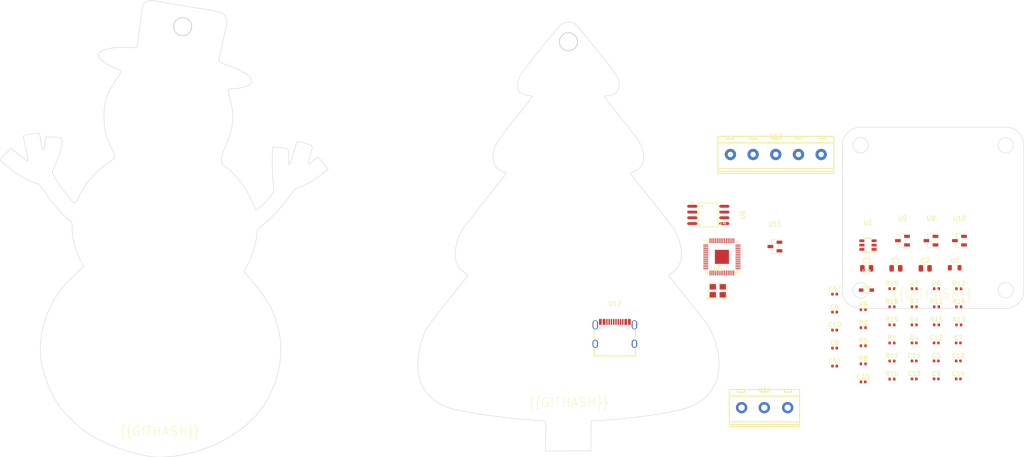
<source format=kicad_pcb>
(kicad_pcb (version 20221018) (generator pcbnew)
  (layers (0 "F.Cu" signal) (31 "B.Cu" signal) (34 "B.Paste" user) (35 "F.Paste" user) (36 "B.SilkS" user "B.Silkscreen") (37 "F.SilkS" user "F.Silkscreen") (38 "B.Mask" user) (39 "F.Mask" user) (44 "Edge.Cuts" user))
  (net 0 "")
  (net 1 "gnd-1")
  (net 2 "vcc-2")
  (net 3 "SUB2")
  (net 4 "CC1")
  (net 5 "dm")
  (net 6 "dp")
  (net 7 "CC2")
  (net 8 "SUB1")
  (net 9 "out")
  (net 10 "vcc-3")
  (net 11 "gnd-2")
  (net 12 "vcc-1")
  (net 13 "vcc-6")
  (net 14 "gpio0")
  (net 15 "hv_signal")
  (net 16 "gpio1")
  (net 17 "hv_signal-1")
  (net 18 "gpio2")
  (net 19 "hv_signal-2")
  (net 20 "gpio3")
  (net 21 "hv_signal-3")
  (net 22 "cs")
  (net 23 "io1")
  (net 24 "io2")
  (net 25 "gnd-5")
  (net 26 "io3")
  (net 27 "sck")
  (net 28 "io0")
  (net 29 "vcc")
  (net 30 "out-1")
  (net 31 "run")
  (net 32 "usb_dm")
  (net 33 "usb_dp")
  (net 34 "xout")
  (net 35 "vcc-9")
  (net 36 "vcc-8")
  (net 37 "gpio4")
  (net 38 "gpio5")
  (net 39 "gpio6")
  (net 40 "gpio7")
  (net 41 "miso")
  (net 42 "cs-1")
  (net 43 "sck-1")
  (net 44 "mosi")
  (net 45 "gpio12")
  (net 46 "gpio13")
  (net 47 "gpio14")
  (net 48 "gpio15")
  (net 49 "vcc-7")
  (net 50 "swclk")
  (net 51 "swdio")
  (net 52 "gpio16")
  (net 53 "gpio17")
  (net 54 "gpio18")
  (net 55 "gpio19")
  (net 56 "sda")
  (net 57 "scl")
  (net 58 "gpio22")
  (net 59 "gpio23")
  (net 60 "gpio24")
  (net 61 "gpio25")
  (net 62 "gpio26_a0")
  (net 63 "gpio27_a1")
  (net 64 "gpio28_a2")
  (net 65 "gpio29_a3")
  (net 66 "gnd")
  (net 67 "vcc-5")
  (net 68 "gnd-4")
  (net 69 "vcc-4")
  (net 70 "gnd-3")
  (footprint "lib:R0402" (layer "F.Cu") (at 226.2 118.06)
    (fp_text reference "R9" (at 0 -1.17) (layer "F.SilkS"))
    (fp_text value "10.0 KΩ")
    (pad "1" smd roundrect (at -0.51 0) (size 0.54 0.64) (layers "F.Cu" "F.Paste" "F.Mask") (net 30 "out-1"))
    (pad "2" smd roundrect (at 0.51 0) (size 0.54 0.64) (layers "F.Cu" "F.Paste" "F.Mask") (net 25 "gnd-5"))
  )
  (footprint "lib:R0402" (layer "F.Cu") (at 226.2 126.04)
    (fp_text reference "R5" (at 0 -1.17) (layer "F.SilkS"))
    (fp_text value "27.0 KΩ")
    (pad "1" smd roundrect (at -0.51 0) (size 0.54 0.64) (layers "F.Cu" "F.Paste" "F.Mask") (net 5 "dm"))
    (pad "2" smd roundrect (at 0.51 0) (size 0.54 0.64) (layers "F.Cu" "F.Paste" "F.Mask") (net 32 "usb_dm"))
  )
  (footprint "lib:R0402" (layer "F.Cu") (at 237.45 121.43)
    (fp_text reference "R4" (at 0 -1.17) (layer "F.SilkS"))
    (fp_text value "27.0 KΩ")
    (pad "1" smd roundrect (at -0.51 0) (size 0.54 0.64) (layers "F.Cu" "F.Paste" "F.Mask") (net 33 "usb_dp"))
    (pad "2" smd roundrect (at 0.51 0) (size 0.54 0.64) (layers "F.Cu" "F.Paste" "F.Mask") (net 6 "dp"))
  )
  (footprint "lib:R0402" (layer "F.Cu") (at 226.2 130.03)
    (fp_text reference "R8" (at 0 -1.17) (layer "F.SilkS"))
    (fp_text value "18.0 KΩ")
    (pad "1" smd roundrect (at -0.51 0) (size 0.54 0.64) (layers "F.Cu" "F.Paste" "F.Mask") (net 13 "vcc-6"))
    (pad "2" smd roundrect (at 0.51 0) (size 0.54 0.64) (layers "F.Cu" "F.Paste" "F.Mask") (net 30 "out-1"))
  )
  (footprint "lib:LQFN-56_L7.0-W7.0-P0.4-EP" (layer "F.Cu") (at 195.05 106.42)
    (fp_text reference "U4" (at 0 -7.55) (layer "F.SilkS"))
    (fp_text value "")
    (pad "1" smd rect (at -3.55 -2.6) (size 1.1 0.2) (layers "F.Cu" "F.Paste" "F.Mask") (net 13 "vcc-6"))
    (pad "2" smd rect (at -3.55 -2.2) (size 1.1 0.2) (layers "F.Cu" "F.Paste" "F.Mask") (net 14 "gpio0"))
    (pad "3" smd rect (at -3.55 -1.8) (size 1.1 0.2) (layers "F.Cu" "F.Paste" "F.Mask") (net 16 "gpio1"))
    (pad "4" smd rect (at -3.55 -1.4) (size 1.1 0.2) (layers "F.Cu" "F.Paste" "F.Mask") (net 18 "gpio2"))
    (pad "5" smd rect (at -3.55 -1) (size 1.1 0.2) (layers "F.Cu" "F.Paste" "F.Mask") (net 20 "gpio3"))
    (pad "6" smd rect (at -3.55 -0.6) (size 1.1 0.2) (layers "F.Cu" "F.Paste" "F.Mask") (net 37 "gpio4"))
    (pad "7" smd rect (at -3.55 -0.2) (size 1.1 0.2) (layers "F.Cu" "F.Paste" "F.Mask") (net 38 "gpio5"))
    (pad "8" smd rect (at -3.55 0.2) (size 1.1 0.2) (layers "F.Cu" "F.Paste" "F.Mask") (net 39 "gpio6"))
    (pad "9" smd rect (at -3.55 0.6) (size 1.1 0.2) (layers "F.Cu" "F.Paste" "F.Mask") (net 40 "gpio7"))
    (pad "10" smd rect (at -3.55 1) (size 1.1 0.2) (layers "F.Cu" "F.Paste" "F.Mask") (net 13 "vcc-6"))
    (pad "11" smd rect (at -3.55 1.4) (size 1.1 0.2) (layers "F.Cu" "F.Paste" "F.Mask") (net 41 "miso"))
    (pad "12" smd rect (at -3.55 1.8) (size 1.1 0.2) (layers "F.Cu" "F.Paste" "F.Mask") (net 42 "cs-1"))
    (pad "13" smd rect (at -3.55 2.2) (size 1.1 0.2) (layers "F.Cu" "F.Paste" "F.Mask") (net 43 "sck-1"))
    (pad "14" smd rect (at -3.55 2.6) (size 1.1 0.2) (layers "F.Cu" "F.Paste" "F.Mask") (net 44 "mosi"))
    (pad "15" smd rect (at -2.6 3.55 90) (size 1.1 0.2) (layers "F.Cu" "F.Paste" "F.Mask") (net 45 "gpio12"))
    (pad "16" smd rect (at -2.2 3.55 90) (size 1.1 0.2) (layers "F.Cu" "F.Paste" "F.Mask") (net 46 "gpio13"))
    (pad "17" smd rect (at -1.8 3.55 90) (size 1.1 0.2) (layers "F.Cu" "F.Paste" "F.Mask") (net 47 "gpio14"))
    (pad "18" smd rect (at -1.4 3.55 90) (size 1.1 0.2) (layers "F.Cu" "F.Paste" "F.Mask") (net 48 "gpio15"))
    (pad "19" smd rect (at -1 3.55 90) (size 1.1 0.2) (layers "F.Cu" "F.Paste" "F.Mask") (net 25 "gnd-5"))
    (pad "20" smd rect (at -0.6 3.55 90) (size 1.1 0.2) (layers "F.Cu" "F.Paste" "F.Mask") (net 36 "vcc-8"))
    (pad "21" smd rect (at -0.2 3.55 90) (size 1.1 0.2) (layers "F.Cu" "F.Paste" "F.Mask") (net 34 "xout"))
    (pad "22" smd rect (at 0.2 3.55 90) (size 1.1 0.2) (layers "F.Cu" "F.Paste" "F.Mask") (net 13 "vcc-6"))
    (pad "23" smd rect (at 0.6 3.55 90) (size 1.1 0.2) (layers "F.Cu" "F.Paste" "F.Mask") (net 49 "vcc-7"))
    (pad "24" smd rect (at 1 3.55 90) (size 1.1 0.2) (layers "F.Cu" "F.Paste" "F.Mask") (net 50 "swclk"))
    (pad "25" smd rect (at 1.4 3.55 90) (size 1.1 0.2) (layers "F.Cu" "F.Paste" "F.Mask") (net 51 "swdio"))
    (pad "26" smd rect (at 1.8 3.55 90) (size 1.1 0.2) (layers "F.Cu" "F.Paste" "F.Mask") (net 31 "run"))
    (pad "27" smd rect (at 2.2 3.55 90) (size 1.1 0.2) (layers "F.Cu" "F.Paste" "F.Mask") (net 52 "gpio16"))
    (pad "28" smd rect (at 2.6 3.55 90) (size 1.1 0.2) (layers "F.Cu" "F.Paste" "F.Mask") (net 53 "gpio17"))
    (pad "29" smd rect (at 3.55 2.6 180) (size 1.1 0.2) (layers "F.Cu" "F.Paste" "F.Mask") (net 54 "gpio18"))
    (pad "30" smd rect (at 3.55 2.2 180) (size 1.1 0.2) (layers "F.Cu" "F.Paste" "F.Mask") (net 55 "gpio19"))
    (pad "31" smd rect (at 3.55 1.8 180) (size 1.1 0.2) (layers "F.Cu" "F.Paste" "F.Mask") (net 56 "sda"))
    (pad "32" smd rect (at 3.55 1.4 180) (size 1.1 0.2) (layers "F.Cu" "F.Paste" "F.Mask") (net 57 "scl"))
    (pad "33" smd rect (at 3.55 1 180) (size 1.1 0.2) (layers "F.Cu" "F.Paste" "F.Mask") (net 13 "vcc-6"))
    (pad "34" smd rect (at 3.55 0.6 180) (size 1.1 0.2) (layers "F.Cu" "F.Paste" "F.Mask") (net 58 "gpio22"))
    (pad "35" smd rect (at 3.55 0.2 180) (size 1.1 0.2) (layers "F.Cu" "F.Paste" "F.Mask") (net 59 "gpio23"))
    (pad "36" smd rect (at 3.55 -0.2 180) (size 1.1 0.2) (layers "F.Cu" "F.Paste" "F.Mask") (net 60 "gpio24"))
    (pad "37" smd rect (at 3.55 -0.6 180) (size 1.1 0.2) (layers "F.Cu" "F.Paste" "F.Mask") (net 61 "gpio25"))
    (pad "38" smd rect (at 3.55 -1 180) (size 1.1 0.2) (layers "F.Cu" "F.Paste" "F.Mask") (net 62 "gpio26_a0"))
    (pad "39" smd rect (at 3.55 -1.4 180) (size 1.1 0.2) (layers "F.Cu" "F.Paste" "F.Mask") (net 63 "gpio27_a1"))
    (pad "40" smd rect (at 3.55 -1.8 180) (size 1.1 0.2) (layers "F.Cu" "F.Paste" "F.Mask") (net 64 "gpio28_a2"))
    (pad "41" smd rect (at 3.55 -2.2 180) (size 1.1 0.2) (layers "F.Cu" "F.Paste" "F.Mask") (net 65 "gpio29_a3"))
    (pad "42" smd rect (at 3.55 -2.6 180) (size 1.1 0.2) (layers "F.Cu" "F.Paste" "F.Mask") (net 13 "vcc-6"))
    (pad "43" smd rect (at 2.6 -3.55 270) (size 1.1 0.2) (layers "F.Cu" "F.Paste" "F.Mask") (net 13 "vcc-6"))
    (pad "44" smd rect (at 2.2 -3.55 270) (size 1.1 0.2) (layers "F.Cu" "F.Paste" "F.Mask") (net 13 "vcc-6"))
    (pad "45" smd rect (at 1.8 -3.55 270) (size 1.1 0.2) (layers "F.Cu" "F.Paste" "F.Mask") (net 49 "vcc-7"))
    (pad "46" smd rect (at 1.4 -3.55 270) (size 1.1 0.2) (layers "F.Cu" "F.Paste" "F.Mask") (net 32 "usb_dm"))
    (pad "47" smd rect (at 1 -3.55 270) (size 1.1 0.2) (layers "F.Cu" "F.Paste" "F.Mask") (net 33 "usb_dp"))
    (pad "48" smd rect (at 0.6 -3.55 270) (size 1.1 0.2) (layers "F.Cu" "F.Paste" "F.Mask") (net 13 "vcc-6"))
    (pad "49" smd rect (at 0.2 -3.55 270) (size 1.1 0.2) (layers "F.Cu" "F.Paste" "F.Mask") (net 13 "vcc-6"))
    (pad "50" smd rect (at -0.2 -3.55 270) (size 1.1 0.2) (layers "F.Cu" "F.Paste" "F.Mask") (net 49 "vcc-7"))
    (pad "51" smd rect (at -0.6 -3.55 270) (size 1.1 0.2) (layers "F.Cu" "F.Paste" "F.Mask") (net 26 "io3"))
    (pad "52" smd rect (at -1 -3.55 270) (size 1.1 0.2) (layers "F.Cu" "F.Paste" "F.Mask") (net 27 "sck"))
    (pad "53" smd rect (at -1.4 -3.55 270) (size 1.1 0.2) (layers "F.Cu" "F.Paste" "F.Mask") (net 28 "io0"))
    (pad "54" smd rect (at -1.8 -3.55 270) (size 1.1 0.2) (layers "F.Cu" "F.Paste" "F.Mask") (net 24 "io2"))
    (pad "55" smd rect (at -2.2 -3.55 270) (size 1.1 0.2) (layers "F.Cu" "F.Paste" "F.Mask") (net 23 "io1"))
    (pad "56" smd rect (at -2.6 -3.55 270) (size 1.1 0.2) (layers "F.Cu" "F.Paste" "F.Mask") (net 22 "cs"))
    (pad "57" smd rect (at 0 0) (size 3.1 3.1) (layers "F.Cu" "F.Paste" "F.Mask") (net 25 "gnd-5"))
  )
  (footprint "lib:R0402" (layer "F.Cu") (at 237.45 117.44)
    (fp_text reference "R7" (at 0 -1.17) (layer "F.SilkS"))
    (fp_text value "10.0 KΩ")
    (pad "1" smd roundrect (at -0.51 0) (size 0.54 0.64) (layers "F.Cu" "F.Paste" "F.Mask") (net 13 "vcc-6"))
    (pad "2" smd roundrect (at 0.51 0) (size 0.54 0.64) (layers "F.Cu" "F.Paste" "F.Mask") (net 22 "cs"))
  )
  (footprint "lib:C0402" (layer "F.Cu") (at 247.17 129.38)
    (fp_text reference "C18" (at 0 -1.16) (layer "F.SilkS"))
    (fp_text value "1.0 uF")
    (pad "1" smd roundrect (at -0.48 0) (size 0.56 0.62) (layers "F.Cu" "F.Paste" "F.Mask") (net 13 "vcc-6"))
    (pad "2" smd roundrect (at 0.48 0) (size 0.56 0.62) (layers "F.Cu" "F.Paste" "F.Mask") (net 25 "gnd-5"))
  )
  (footprint "lib:C0402" (layer "F.Cu") (at 247.17 133.35)
    (fp_text reference "C14" (at 0 -1.16) (layer "F.SilkS"))
    (fp_text value "100.0 nF")
    (pad "1" smd roundrect (at -0.48 0) (size 0.56 0.62) (layers "F.Cu" "F.Paste" "F.Mask") (net 49 "vcc-7"))
    (pad "2" smd roundrect (at 0.48 0) (size 0.56 0.62) (layers "F.Cu" "F.Paste" "F.Mask") (net 25 "gnd-5"))
  )
  (footprint "lib:R0402" (layer "F.Cu") (at 247.27 117.44)
    (fp_text reference "R14" (at 0 -1.17) (layer "F.SilkS"))
    (fp_text value "10.0 KΩ")
    (pad "1" smd roundrect (at -0.51 0) (size 0.54 0.64) (layers "F.Cu" "F.Paste" "F.Mask") (net 13 "vcc-6"))
    (pad "2" smd roundrect (at 0.51 0) (size 0.54 0.64) (layers "F.Cu" "F.Paste" "F.Mask") (net 18 "gpio2"))
  )
  (footprint "lib:C0805" (layer "F.Cu") (at 239.87 108.95)
    (fp_text reference "C2" (at 0 -1.68) (layer "F.SilkS"))
    (fp_text value "10.0 uF")
    (pad "1" smd roundrect (at -0.95 0) (size 1 1.45) (layers "F.Cu" "F.Paste" "F.Mask") (net 69 "vcc-4"))
    (pad "2" smd roundrect (at 0.95 0) (size 1 1.45) (layers "F.Cu" "F.Paste" "F.Mask") (net 70 "gnd-3"))
  )
  (footprint "lib:OSC-SMD_4P-L3.2-W2.5-BL" (layer "F.Cu") (at 194.14 113.91)
    (fp_text reference "U5" (at 0 -4.88) (layer "F.SilkS"))
    (fp_text value "")
    (pad "1" smd rect (at -1.1 0.88) (size 1.4 1.2) (layers "F.Cu" "F.Paste" "F.Mask") (net 36 "vcc-8"))
    (pad "2" smd rect (at 1.1 0.88) (size 1.4 1.2) (layers "F.Cu" "F.Paste" "F.Mask") (net 25 "gnd-5"))
    (pad "3" smd rect (at 1.1 -0.88) (size 1.4 1.2) (layers "F.Cu" "F.Paste" "F.Mask") (net 35 "vcc-9"))
    (pad "4" smd rect (at -1.1 -0.88) (size 1.4 1.2) (layers "F.Cu" "F.Paste" "F.Mask") (net 25 "gnd-5"))
  )
  (footprint "lib:C0805" (layer "F.Cu") (at 226.97 108.95)
    (fp_text reference "C3" (at 0 -1.68) (layer "F.SilkS"))
    (fp_text value "10.0 uF")
    (pad "1" smd roundrect (at -0.95 0) (size 1 1.45) (layers "F.Cu" "F.Paste" "F.Mask") (net 67 "vcc-5"))
    (pad "2" smd roundrect (at 0.95 0) (size 1 1.45) (layers "F.Cu" "F.Paste" "F.Mask") (net 68 "gnd-4"))
  )
  (footprint "lib:R0402" (layer "F.Cu") (at 242.36 113.45)
    (fp_text reference "R6" (at 0 -1.17) (layer "F.SilkS"))
    (fp_text value "10.0 KΩ")
    (pad "1" smd roundrect (at -0.51 0) (size 0.54 0.64) (layers "F.Cu" "F.Paste" "F.Mask") (net 13 "vcc-6"))
    (pad "2" smd roundrect (at 0.51 0) (size 0.54 0.64) (layers "F.Cu" "F.Paste" "F.Mask") (net 31 "run"))
  )
  (footprint "lib:SOT-23-3_L2.9-W1.3-P1.90-LS2.4-BR" (layer "F.Cu") (at 206.74 104.14)
    (fp_text reference "U11" (at 0 -4.95) (layer "F.SilkS"))
    (fp_text value "")
    (pad "1" smd rect (at 1 0.95) (size 1.25 0.7) (layers "F.Cu" "F.Paste" "F.Mask") (net 13 "vcc-6"))
    (pad "2" smd rect (at 1 -0.95) (size 1.25 0.7) (layers "F.Cu" "F.Paste" "F.Mask") (net 20 "gpio3"))
    (pad "3" smd rect (at -1 0) (size 1.25 0.7) (layers "F.Cu" "F.Paste" "F.Mask") (net 21 "hv_signal-3"))
  )
  (footprint "lib:C0402" (layer "F.Cu") (at 237.43 129.38)
    (fp_text reference "C16" (at 0 -1.16) (layer "F.SilkS"))
    (fp_text value "1.0 uF")
    (pad "1" smd roundrect (at -0.48 0) (size 0.56 0.62) (layers "F.Cu" "F.Paste" "F.Mask") (net 49 "vcc-7"))
    (pad "2" smd roundrect (at 0.48 0) (size 0.56 0.62) (layers "F.Cu" "F.Paste" "F.Mask") (net 25 "gnd-5"))
  )
  (footprint "lib:SOT-23-6_L2.9-W1.6-P0.95-LS2.8-BR" (layer "F.Cu") (at 227.25 103.82)
    (fp_text reference "U1" (at 0 -4.95) (layer "F.SilkS"))
    (fp_text value "")
    (pad "1" smd rect (at 1.35 0.95) (size 1.1 0.6) (layers "F.Cu" "F.Paste" "F.Mask") (net 10 "vcc-3"))
    (pad "2" smd rect (at 1.35 0) (size 1.1 0.6) (layers "F.Cu" "F.Paste" "F.Mask") (net 1 "gnd-1"))
    (pad "3" smd rect (at 1.35 -0.95) (size 1.1 0.6) (layers "F.Cu" "F.Paste" "F.Mask") (net 9 "out"))
    (pad "4" smd rect (at -1.35 -0.95) (size 1.1 0.6) (layers "F.Cu" "F.Paste" "F.Mask") (net 12 "vcc-1"))
    (pad "5" smd rect (at -1.35 0) (size 1.1 0.6) (layers "F.Cu" "F.Paste" "F.Mask") (net 12 "vcc-1"))
    (pad "6" smd rect (at -1.35 0.95) (size 1.1 0.6) (layers "F.Cu" "F.Paste" "F.Mask") (net 11 "gnd-2"))
  )
  (footprint "lib:CONN-TH_5P-P5.00_WJ127-5.0-5P" (layer "F.Cu") (at 206.93 83.82)
    (fp_text reference "U13" (at 0 -4) (layer "F.SilkS"))
    (fp_text value "")
    (pad "1" thru_hole circle (at -10 0) (size 2.5 2.5) (drill 1.199998) (layers "*.Cu" "*.Mask") (net 29 "vcc"))
    (pad "2" thru_hole circle (at -5 0) (size 2.5 2.5) (drill 1.199998) (layers "*.Cu" "*.Mask") (net 66 "gnd"))
    (pad "3" thru_hole circle (at 0 0) (size 2.5 2.5) (drill 1.199998) (layers "*.Cu" "*.Mask") (net 15 "hv_signal"))
    (pad "4" thru_hole circle (at 5 0) (size 2.5 2.5) (drill 1.199998) (layers "*.Cu" "*.Mask") (net 17 "hv_signal-1"))
    (pad "5" thru_hole circle (at 10 0) (size 2.5 2.5) (drill 1.199998) (layers "*.Cu" "*.Mask") (net 19 "hv_signal-2"))
  )
  (footprint "lib:C0402" (layer "F.Cu") (at 219.9 118.61)
    (fp_text reference "C6" (at 0 -1.16) (layer "F.SilkS"))
    (fp_text value "22.0 pF")
    (pad "1" smd roundrect (at -0.48 0) (size 0.56 0.62) (layers "F.Cu" "F.Paste" "F.Mask") (net 35 "vcc-9"))
    (pad "2" smd roundrect (at 0.48 0) (size 0.56 0.62) (layers "F.Cu" "F.Paste" "F.Mask") (net 25 "gnd-5"))
  )
  (footprint "lib:R0402" (layer "F.Cu") (at 232.54 125.42)
    (fp_text reference "R1" (at 0 -1.17) (layer "F.SilkS"))
    (fp_text value "51.0 KΩ")
    (pad "1" smd roundrect (at -0.51 0) (size 0.54 0.64) (layers "F.Cu" "F.Paste" "F.Mask") (net 2 "vcc-2"))
    (pad "2" smd roundrect (at 0.51 0) (size 0.54 0.64) (layers "F.Cu" "F.Paste" "F.Mask") (net 9 "out"))
  )
  (footprint "lib:R0402" (layer "F.Cu") (at 237.45 113.45)
    (fp_text reference "R3" (at 0 -1.17) (layer "F.SilkS"))
    (fp_text value "1.0 KΩ")
    (pad "1" smd roundrect (at -0.51 0) (size 0.54 0.64) (layers "F.Cu" "F.Paste" "F.Mask") (net 34 "xout"))
    (pad "2" smd roundrect (at 0.51 0) (size 0.54 0.64) (layers "F.Cu" "F.Paste" "F.Mask") (net 35 "vcc-9"))
  )
  (footprint "lib:SOD-323_L1.8-W1.3-LS2.5-RD" (layer "F.Cu") (at 226.915 113.76)
    (fp_text reference "U2" (at 0 -4) (layer "F.SilkS"))
    (fp_text value "")
    (pad "1" smd rect (at -1.17 0) (size 1 0.75) (layers "F.Cu" "F.Paste" "F.Mask") (net 11 "gnd-2"))
    (pad "2" smd rect (at 1.17 0) (size 1 0.75) (layers "F.Cu" "F.Paste" "F.Mask") (net 1 "gnd-1"))
  )
  (footprint "lib:C0402" (layer "F.Cu") (at 242.3 133.35)
    (fp_text reference "C9" (at 0 -1.16) (layer "F.SilkS"))
    (fp_text value "100.0 nF")
    (pad "1" smd roundrect (at -0.48 0) (size 0.56 0.62) (layers "F.Cu" "F.Paste" "F.Mask") (net 13 "vcc-6"))
    (pad "2" smd roundrect (at 0.48 0) (size 0.56 0.62) (layers "F.Cu" "F.Paste" "F.Mask") (net 25 "gnd-5"))
  )
  (footprint "lib:R0402" (layer "F.Cu") (at 232.54 113.45)
    (fp_text reference "R18" (at 0 -1.17) (layer "F.SilkS"))
    (fp_text value "5.1 KΩ")
    (pad "1" smd roundrect (at -0.51 0) (size 0.54 0.64) (layers "F.Cu" "F.Paste" "F.Mask") (net 4 "CC1"))
    (pad "2" smd roundrect (at 0.51 0) (size 0.54 0.64) (layers "F.Cu" "F.Paste" "F.Mask") (net 1 "gnd-1"))
  )
  (footprint "lib:USB-C-SMD_KH-TYPE-C-16P" (layer "F.Cu") (at 171.45 123.19)
    (fp_text reference "U12" (at 0 -6.42) (layer "F.SilkS"))
    (fp_text value "")
    (pad "" thru_hole circle (at -2.89 -1.23) (size 0.7 0.7) (drill 0.7) (layers "*.Cu" "*.Mask"))
    (pad "" thru_hole circle (at 2.89 -1.23) (size 0.7 0.7) (drill 0.7) (layers "*.Cu" "*.Mask"))
    (pad "1" thru_hole oval (at -4.32 -1.77) (size 1.2 2) (drill oval 0.700024 1.699997) (layers "*.Cu" "*.Mask") (net 1 "gnd-1"))
    (pad "2" thru_hole oval (at 4.32 -1.77) (size 1.2 2) (drill oval 0.700024 1.699997) (layers "*.Cu" "*.Mask") (net 1 "gnd-1"))
    (pad "3" thru_hole oval (at -4.32 2.42) (size 1.2 1.8) (drill oval 0.700024 1.399997) (layers "*.Cu" "*.Mask") (net 1 "gnd-1"))
    (pad "4" thru_hole oval (at 4.32 2.42) (size 1.2 1.8) (drill oval 0.700024 1.399997) (layers "*.Cu" "*.Mask") (net 1 "gnd-1"))
    (pad "A1" smd rect (at -3.35 -2.42) (size 0.3 1.3) (layers "F.Cu" "F.Paste" "F.Mask") (net 1 "gnd-1"))
    (pad "A4" smd rect (at -2.55 -2.42) (size 0.3 1.3) (layers "F.Cu" "F.Paste" "F.Mask") (net 2 "vcc-2"))
    (pad "A5" smd rect (at -1.25 -2.42) (size 0.3 1.3) (layers "F.Cu" "F.Paste" "F.Mask") (net 4 "CC1"))
    (pad "A6" smd rect (at -0.25 -2.42) (size 0.3 1.3) (layers "F.Cu" "F.Paste" "F.Mask") (net 6 "dp"))
    (pad "A7" smd rect (at 0.25 -2.42) (size 0.3 1.3) (layers "F.Cu" "F.Paste" "F.Mask") (net 5 "dm"))
    (pad "A8" smd rect (at 1.25 -2.42) (size 0.3 1.3) (layers "F.Cu" "F.Paste" "F.Mask") (net 8 "SUB1"))
    (pad "A9" smd rect (at 2.55 -2.41) (size 0.3 1.3) (layers "F.Cu" "F.Paste" "F.Mask") (net 2 "vcc-2"))
    (pad "A12" smd rect (at 3.35 -2.42) (size 0.3 1.3) (layers "F.Cu" "F.Paste" "F.Mask") (net 1 "gnd-1"))
    (pad "B1" smd rect (at 3.05 -2.42) (size 0.3 1.3) (layers "F.Cu" "F.Paste" "F.Mask") (net 1 "gnd-1"))
    (pad "B4" smd rect (at 2.25 -2.41) (size 0.3 1.3) (layers "F.Cu" "F.Paste" "F.Mask") (net 2 "vcc-2"))
    (pad "B5" smd rect (at 1.75 -2.42) (size 0.3 1.3) (layers "F.Cu" "F.Paste" "F.Mask") (net 7 "CC2"))
    (pad "B6" smd rect (at 0.75 -2.42) (size 0.3 1.3) (layers "F.Cu" "F.Paste" "F.Mask") (net 6 "dp"))
    (pad "B7" smd rect (at -0.75 -2.42) (size 0.3 1.3) (layers "F.Cu" "F.Paste" "F.Mask") (net 5 "dm"))
    (pad "B8" smd rect (at -1.75 -2.42) (size 0.3 1.3) (layers "F.Cu" "F.Paste" "F.Mask") (net 3 "SUB2"))
    (pad "B9" smd rect (at -2.25 -2.42) (size 0.3 1.3) (layers "F.Cu" "F.Paste" "F.Mask") (net 2 "vcc-2"))
    (pad "B12" smd rect (at -3.05 -2.42) (size 0.3 1.3) (layers "F.Cu" "F.Paste" "F.Mask") (net 1 "gnd-1"))
  )
  (footprint "lib:SOT-23-3_L2.9-W1.3-P1.90-LS2.4-BR" (layer "F.Cu") (at 247.42 102.84)
    (fp_text reference "U10" (at 0 -4.95) (layer "F.SilkS"))
    (fp_text value "")
    (pad "1" smd rect (at 1 0.95) (size 1.25 0.7) (layers "F.Cu" "F.Paste" "F.Mask") (net 13 "vcc-6"))
    (pad "2" smd rect (at 1 -0.95) (size 1.25 0.7) (layers "F.Cu" "F.Paste" "F.Mask") (net 18 "gpio2"))
    (pad "3" smd rect (at -1 0) (size 1.25 0.7) (layers "F.Cu" "F.Paste" "F.Mask") (net 19 "hv_signal-2"))
  )
  (footprint "lib:C0402" (layer "F.Cu") (at 219.9 114.64)
    (fp_text reference "C17" (at 0 -1.16) (layer "F.SilkS"))
    (fp_text value "1.0 uF")
    (pad "1" smd roundrect (at -0.48 0) (size 0.56 0.62) (layers "F.Cu" "F.Paste" "F.Mask") (net 2 "vcc-2"))
    (pad "2" smd roundrect (at 0.48 0) (size 0.56 0.62) (layers "F.Cu" "F.Paste" "F.Mask") (net 1 "gnd-1"))
  )
  (footprint "lib:C0402" (layer "F.Cu") (at 219.9 130.52)
    (fp_text reference "C11" (at 0 -1.16) (layer "F.SilkS"))
    (fp_text value "100.0 nF")
    (pad "1" smd roundrect (at -0.48 0) (size 0.56 0.62) (layers "F.Cu" "F.Paste" "F.Mask") (net 13 "vcc-6"))
    (pad "2" smd roundrect (at 0.48 0) (size 0.56 0.62) (layers "F.Cu" "F.Paste" "F.Mask") (net 25 "gnd-5"))
  )
  (footprint "lib:R0402" (layer "F.Cu") (at 232.54 121.43)
    (fp_text reference "R19" (at 0 -1.17) (layer "F.SilkS"))
    (fp_text value "5.1 KΩ")
    (pad "1" smd roundrect (at -0.51 0) (size 0.54 0.64) (layers "F.Cu" "F.Paste" "F.Mask") (net 7 "CC2"))
    (pad "2" smd roundrect (at 0.51 0) (size 0.54 0.64) (layers "F.Cu" "F.Paste" "F.Mask") (net 1 "gnd-1"))
  )
  (footprint "lib:SOT-23-3_L2.9-W1.3-P1.90-LS2.4-BR" (layer "F.Cu") (at 241.14 102.84)
    (fp_text reference "U8" (at 0 -4.95) (layer "F.SilkS"))
    (fp_text value "")
    (pad "1" smd rect (at 1 0.95) (size 1.25 0.7) (layers "F.Cu" "F.Paste" "F.Mask") (net 13 "vcc-6"))
    (pad "2" smd rect (at 1 -0.95) (size 1.25 0.7) (layers "F.Cu" "F.Paste" "F.Mask") (net 14 "gpio0"))
    (pad "3" smd rect (at -1 0) (size 1.25 0.7) (layers "F.Cu" "F.Paste" "F.Mask") (net 15 "hv_signal"))
  )
  (footprint "lib:C0402" (layer "F.Cu") (at 237.43 133.35)
    (fp_text reference "C13" (at 0 -1.16) (layer "F.SilkS"))
    (fp_text value "100.0 nF")
    (pad "1" smd roundrect (at -0.48 0) (size 0.56 0.62) (layers "F.Cu" "F.Paste" "F.Mask") (net 49 "vcc-7"))
    (pad "2" smd roundrect (at 0.48 0) (size 0.56 0.62) (layers "F.Cu" "F.Paste" "F.Mask") (net 25 "gnd-5"))
  )
  (footprint "lib:SOIC-8_L5.3-W5.3-P1.27-LS8.0-BL" (layer "F.Cu") (at 192.05 97.16 -90)
    (fp_text reference "U6" (at 0 -7.53 90) (layer "F.SilkS"))
    (fp_text value "")
    (pad "1" smd oval (at -1.91 3.53 270) (size 0.63 2.25) (layers "F.Cu" "F.Paste" "F.Mask") (net 22 "cs"))
    (pad "2" smd oval (at -0.63 3.53 270) (size 0.63 2.25) (layers "F.Cu" "F.Paste" "F.Mask") (net 23 "io1"))
    (pad "3" smd oval (at 0.63 3.53 270) (size 0.63 2.25) (layers "F.Cu" "F.Paste" "F.Mask") (net 24 "io2"))
    (pad "4" smd oval (at 1.9 3.53 270) (size 0.63 2.25) (layers "F.Cu" "F.Paste" "F.Mask") (net 25 "gnd-5"))
    (pad "5" smd oval (at 1.9 -3.53 270) (size 0.63 2.25) (layers "F.Cu" "F.Paste" "F.Mask") (net 28 "io0"))
    (pad "6" smd oval (at 0.63 -3.53 270) (size 0.63 2.25) (layers "F.Cu" "F.Paste" "F.Mask") (net 27 "sck"))
    (pad "7" smd oval (at -0.63 -3.53 270) (size 0.63 2.25) (layers "F.Cu" "F.Paste" "F.Mask") (net 26 "io3"))
    (pad "8" smd oval (at -1.91 -3.53 270) (size 0.63 2.25) (layers "F.Cu" "F.Paste" "F.Mask") (net 13 "vcc-6"))
  )
  (footprint "lib:L0805" (layer "F.Cu") (at 246.37 108.82)
    (fp_text reference "U3" (at 0 -1.55) (layer "F.SilkS"))
    (fp_text value "")
    (pad "1" smd roundrect (at -1.0625 0) (size 0.875 1.2) (layers "F.Cu" "F.Paste" "F.Mask") (net 11 "gnd-2"))
    (pad "2" smd roundrect (at 1.0625 0) (size 0.875 1.2) (layers "F.Cu" "F.Paste" "F.Mask") (net 2 "vcc-2"))
  )
  (footprint "lib:C0402" (layer "F.Cu") (at 247.17 125.41)
    (fp_text reference "C7" (at 0 -1.16) (layer "F.SilkS"))
    (fp_text value "100.0 nF")
    (pad "1" smd roundrect (at -0.48 0) (size 0.56 0.62) (layers "F.Cu" "F.Paste" "F.Mask") (net 13 "vcc-6"))
    (pad "2" smd roundrect (at 0.48 0) (size 0.56 0.62) (layers "F.Cu" "F.Paste" "F.Mask") (net 25 "gnd-5"))
  )
  (footprint "lib:C0402" (layer "F.Cu") (at 242.3 125.41)
    (fp_text reference "C12" (at 0 -1.16) (layer "F.SilkS"))
    (fp_text value "1.0 uF")
    (pad "1" smd roundrect (at -0.48 0) (size 0.56 0.62) (layers "F.Cu" "F.Paste" "F.Mask") (net 13 "vcc-6"))
    (pad "2" smd roundrect (at 0.48 0) (size 0.56 0.62) (layers "F.Cu" "F.Paste" "F.Mask") (net 25 "gnd-5"))
  )
  (footprint "lib:C0402" (layer "F.Cu") (at 237.43 125.41)
    (fp_text reference "C4" (at 0 -1.16) (layer "F.SilkS"))
    (fp_text value "100.0 nF")
    (pad "1" smd roundrect (at -0.48 0) (size 0.56 0.62) (layers "F.Cu" "F.Paste" "F.Mask") (net 10 "vcc-3"))
    (pad "2" smd roundrect (at 0.48 0) (size 0.56 0.62) (layers "F.Cu" "F.Paste" "F.Mask") (net 11 "gnd-2"))
  )
  (footprint "lib:R0402" (layer "F.Cu") (at 242.36 117.44)
    (fp_text reference "R11" (at 0 -1.17) (layer "F.SilkS"))
    (fp_text value "10.0 KΩ")
    (pad "1" smd roundrect (at -0.51 0) (size 0.54 0.64) (layers "F.Cu" "F.Paste" "F.Mask") (net 29 "vcc"))
    (pad "2" smd roundrect (at 0.51 0) (size 0.54 0.64) (layers "F.Cu" "F.Paste" "F.Mask") (net 15 "hv_signal"))
  )
  (footprint "lib:R0402" (layer "F.Cu") (at 247.27 113.45)
    (fp_text reference "R12" (at 0 -1.17) (layer "F.SilkS"))
    (fp_text value "10.0 KΩ")
    (pad "1" smd roundrect (at -0.51 0) (size 0.54 0.64) (layers "F.Cu" "F.Paste" "F.Mask") (net 13 "vcc-6"))
    (pad "2" smd roundrect (at 0.51 0) (size 0.54 0.64) (layers "F.Cu" "F.Paste" "F.Mask") (net 16 "gpio1"))
  )
  (footprint "lib:C0402" (layer "F.Cu") (at 226.18 134.01)
    (fp_text reference "C15" (at 0 -1.16) (layer "F.SilkS"))
    (fp_text value "100.0 nF")
    (pad "1" smd roundrect (at -0.48 0) (size 0.56 0.62) (layers "F.Cu" "F.Paste" "F.Mask") (net 49 "vcc-7"))
    (pad "2" smd roundrect (at 0.48 0) (size 0.56 0.62) (layers "F.Cu" "F.Paste" "F.Mask") (net 25 "gnd-5"))
  )
  (footprint "lib:R0402" (layer "F.Cu") (at 242.36 121.43)
    (fp_text reference "R15" (at 0 -1.17) (layer "F.SilkS"))
    (fp_text value "10.0 KΩ")
    (pad "1" smd roundrect (at -0.51 0) (size 0.54 0.64) (layers "F.Cu" "F.Paste" "F.Mask") (net 29 "vcc"))
    (pad "2" smd roundrect (at 0.51 0) (size 0.54 0.64) (layers "F.Cu" "F.Paste" "F.Mask") (net 19 "hv_signal-2"))
  )
  (footprint "lib:R0402" (layer "F.Cu") (at 232.54 129.41)
    (fp_text reference "R17" (at 0 -1.17) (layer "F.SilkS"))
    (fp_text value "10.0 KΩ")
    (pad "1" smd roundrect (at -0.51 0) (size 0.54 0.64) (layers "F.Cu" "F.Paste" "F.Mask") (net 2 "vcc-2"))
    (pad "2" smd roundrect (at 0.51 0) (size 0.54 0.64) (layers "F.Cu" "F.Paste" "F.Mask") (net 21 "hv_signal-3"))
  )
  (footprint "lib:C0805" (layer "F.Cu") (at 233.42 108.95)
    (fp_text reference "C1" (at 0 -1.68) (layer "F.SilkS"))
    (fp_text value "10.0 uF")
    (pad "1" smd roundrect (at -0.95 0) (size 1 1.45) (layers "F.Cu" "F.Paste" "F.Mask") (net 12 "vcc-1"))
    (pad "2" smd roundrect (at 0.95 0) (size 1 1.45) (layers "F.Cu" "F.Paste" "F.Mask") (net 1 "gnd-1"))
  )
  (footprint "lib:SOT-23-3_L2.9-W1.3-P1.90-LS2.4-BR" (layer "F.Cu") (at 234.86 102.84)
    (fp_text reference "U9" (at 0 -4.95) (layer "F.SilkS"))
    (fp_text value "")
    (pad "1" smd rect (at 1 0.95) (size 1.25 0.7) (layers "F.Cu" "F.Paste" "F.Mask") (net 13 "vcc-6"))
    (pad "2" smd rect (at 1 -0.95) (size 1.25 0.7) (layers "F.Cu" "F.Paste" "F.Mask") (net 16 "gpio1"))
    (pad "3" smd rect (at -1 0) (size 1.25 0.7) (layers "F.Cu" "F.Paste" "F.Mask") (net 17 "hv_signal-1"))
  )
  (footprint "lib:R0402" (layer "F.Cu") (at 232.54 117.44)
    (fp_text reference "R16" (at 0 -1.17) (layer "F.SilkS"))
    (fp_text value "10.0 KΩ")
    (pad "1" smd roundrect (at -0.51 0) (size 0.54 0.64) (layers "F.Cu" "F.Paste" "F.Mask") (net 13 "vcc-6"))
    (pad "2" smd roundrect (at 0.51 0) (size 0.54 0.64) (layers "F.Cu" "F.Paste" "F.Mask") (net 20 "gpio3"))
  )
  (footprint "lib:R0402" (layer "F.Cu") (at 226.2 122.05)
    (fp_text reference "R2" (at 0 -1.17) (layer "F.SilkS"))
    (fp_text value "10.0 KΩ")
    (pad "1" smd roundrect (at -0.51 0) (size 0.54 0.64) (layers "F.Cu" "F.Paste" "F.Mask") (net 9 "out"))
    (pad "2" smd roundrect (at 0.51 0) (size 0.54 0.64) (layers "F.Cu" "F.Paste" "F.Mask") (net 1 "gnd-1"))
  )
  (footprint "lib:R0402" (layer "F.Cu") (at 232.54 133.4)
    (fp_text reference "R10" (at 0 -1.17) (layer "F.SilkS"))
    (fp_text value "10.0 KΩ")
    (pad "1" smd roundrect (at -0.51 0) (size 0.54 0.64) (layers "F.Cu" "F.Paste" "F.Mask") (net 13 "vcc-6"))
    (pad "2" smd roundrect (at 0.51 0) (size 0.54 0.64) (layers "F.Cu" "F.Paste" "F.Mask") (net 14 "gpio0"))
  )
  (footprint "lib:C0402" (layer "F.Cu") (at 219.9 126.55)
    (fp_text reference "C8" (at 0 -1.16) (layer "F.SilkS"))
    (fp_text value "100.0 nF")
    (pad "1" smd roundrect (at -0.48 0) (size 0.56 0.62) (layers "F.Cu" "F.Paste" "F.Mask") (net 13 "vcc-6"))
    (pad "2" smd roundrect (at 0.48 0) (size 0.56 0.62) (layers "F.Cu" "F.Paste" "F.Mask") (net 25 "gnd-5"))
  )
  (footprint "lib:C0402" (layer "F.Cu") (at 219.9 122.58)
    (fp_text reference "C10" (at 0 -1.16) (layer "F.SilkS"))
    (fp_text value "100.0 nF")
    (pad "1" smd roundrect (at -0.48 0) (size 0.56 0.62) (layers "F.Cu" "F.Paste" "F.Mask") (net 13 "vcc-6"))
    (pad "2" smd roundrect (at 0.48 0) (size 0.56 0.62) (layers "F.Cu" "F.Paste" "F.Mask") (net 25 "gnd-5"))
  )
  (footprint "lib:CONN-TH_3P-P5.00_WJ127-5.0-3P" (layer "F.Cu") (at 204.47 139.7)
    (fp_text reference "U14" (at 0 -4) (layer "F.SilkS"))
    (fp_text value "")
    (pad "1" thru_hole circle (at -5.08 0) (size 2.5 2.5) (drill 1.399997) (layers "*.Cu" "*.Mask") (net 2 "vcc-2"))
    (pad "2" thru_hole circle (at -0.07 0) (size 2.5 2.5) (drill 1.399997) (layers "*.Cu" "*.Mask") (net 1 "gnd-1"))
    (pad "3" thru_hole circle (at 5.08 0) (size 2.5 2.5) (drill 1.399997) (layers "*.Cu" "*.Mask") (net 21 "hv_signal-3"))
  )
  (footprint "lib:C0402" (layer "F.Cu") (at 242.3 129.38)
    (fp_text reference "C5" (at 0 -1.16) (layer "F.SilkS"))
    (fp_text value "22.0 pF")
    (pad "1" smd roundrect (at -0.48 0) (size 0.56 0.62) (layers "F.Cu" "F.Paste" "F.Mask") (net 36 "vcc-8"))
    (pad "2" smd roundrect (at 0.48 0) (size 0.56 0.62) (layers "F.Cu" "F.Paste" "F.Mask") (net 25 "gnd-5"))
  )
  (footprint "lib:R0402" (layer "F.Cu") (at 247.27 121.43)
    (fp_text reference "R13" (at 0 -1.17) (layer "F.SilkS"))
    (fp_text value "10.0 KΩ")
    (pad "1" smd roundrect (at -0.51 0) (size 0.54 0.64) (layers "F.Cu" "F.Paste" "F.Mask") (net 29 "vcc"))
    (pad "2" smd roundrect (at 0.51 0) (size 0.54 0.64) (layers "F.Cu" "F.Paste" "F.Mask") (net 17 "hv_signal-1"))
  )
  (gr_circle (center 225.62 81.79) (end 227.32 81.79) (stroke (width 0.1)) (fill none) (layer "Edge.Cuts"))
  (gr_circle (center 257.62 113.79) (end 259.32 113.79) (stroke (width 0.1)) (fill none) (layer "Edge.Cuts"))
  (gr_circle (center 257.62 81.79) (end 259.32 81.79) (stroke (width 0.1)) (fill none) (layer "Edge.Cuts"))
  (gr_poly (pts (xy 75.142222 50.797022) (xy 79.756606 51.568267) (xy 82.366969 51.99203) (xy 83.019066 52.095762) (xy 83.303876 52.146979) (xy 83.563537 52.198618) (xy 83.799806 52.251323) (xy 84.01444 52.305736) (xy 84.209196 52.362498) (xy 84.385831 52.422252) (xy 84.546102 52.485641) (xy 84.691766 52.553306) (xy 84.824581 52.62589) (xy 84.946303 52.704035) (xy 85.05869 52.788383) (xy 85.163499 52.879577) (xy 85.262486 52.978258) (xy 85.357409 53.08507) (xy 85.479286 53.234958) (xy 85.586233 53.378736) (xy 85.634185 53.44915) (xy 85.678498 53.519015) (xy 85.719202 53.588656) (xy 85.75633 53.658402) (xy 85.789911 53.728576) (xy 85.819976 53.799506) (xy 85.846558 53.871517) (xy 85.869686 53.944936) (xy 85.889392 54.020089) (xy 85.905707 54.097301) (xy 85.918662 54.176899) (xy 85.928287 54.259209) (xy 85.934615 54.344557) (xy 85.937675 54.433269) (xy 85.937499 54.525672) (xy 85.934119 54.62209) (xy 85.927564 54.722851) (xy 85.917866 54.82828) (xy 85.889166 55.054449) (xy 85.848266 55.303204) (xy 85.795414 55.577155) (xy 85.730859 55.878909) (xy 85.654849 56.211077) (xy 84.878546 59.55341) (xy 84.657875 60.550977) (xy 84.450892 61.532488) (xy 84.331406 62.116419) (xy 84.229648 62.629765) (xy 84.15639 63.017063) (xy 84.122409 63.222849) (xy 84.123062 63.236814) (xy 84.127967 63.251873) (xy 84.137065 63.268001) (xy 84.150302 63.285171) (xy 84.167619 63.303357) (xy 84.188962 63.322534) (xy 84.214273 63.342674) (xy 84.243497 63.363751) (xy 84.313454 63.408613) (xy 84.398381 63.456909) (xy 84.497828 63.50843) (xy 84.611342 63.562966) (xy 84.738473 63.620306) (xy 84.878767 63.680241) (xy 85.031775 63.742561) (xy 85.197043 63.807056) (xy 85.374121 63.873515) (xy 85.562558 63.94173) (xy 85.7619 64.011489) (xy 85.971698 64.082583) (xy 86.585981 64.296029) (xy 87.172975 64.516947) (xy 87.730729 64.744054) (xy 88.257293 64.976069) (xy 88.75072 65.211708) (xy 89.209058 65.449689) (xy 89.63036 65.68873) (xy 90.012676 65.927548) (xy 90.354056 66.16486) (xy 90.652552 66.399385) (xy 90.906214 66.629839) (xy 91.113092 66.85494) (xy 91.271238 67.073405) (xy 91.378702 67.283953) (xy 91.412819 67.385857) (xy 91.433535 67.485301) (xy 91.440605 67.582123) (xy 91.433787 67.676165) (xy 91.41712 67.753004) (xy 91.390362 67.829368) (xy 91.35383 67.905131) (xy 91.307839 67.980165) (xy 91.252707 68.054343) (xy 91.188749 68.12754) (xy 91.116281 68.199626) (xy 91.03562 68.270477) (xy 90.947082 68.339964) (xy 90.850984 68.407961) (xy 90.747641 68.47434) (xy 90.637371 68.538975) (xy 90.520488 68.601739) (xy 90.39731 68.662505) (xy 90.268153 68.721145) (xy 90.133332 68.777534) (xy 89.993165 68.831543) (xy 89.847967 68.883047) (xy 89.543745 68.978027) (xy 89.223197 69.06146) (xy 88.888852 69.132329) (xy 88.54324 69.189618) (xy 88.188892 69.232313) (xy 88.009232 69.24787) (xy 87.828337 69.259397) (xy 87.646523 69.266767) (xy 87.464106 69.269854) (xy 87.202959 69.272042) (xy 86.97453 69.277492) (xy 86.777472 69.288473) (xy 86.690288 69.296746) (xy 86.610443 69.307253) (xy 86.537768 69.320276) (xy 86.472096 69.3361) (xy 86.413258 69.355009) (xy 86.361087 69.377285) (xy 86.315414 69.403211) (xy 86.276071 69.433073) (xy 86.24289 69.467154) (xy 86.215703 69.505736) (xy 86.194342 69.549103) (xy 86.178638 69.59754) (xy 86.168424 69.65133) (xy 86.163532 69.710755) (xy 86.163793 69.776101) (xy 86.169039 69.847649) (xy 86.179102 69.925685) (xy 86.193814 70.010491) (xy 86.236514 70.20155) (xy 86.295792 70.423093) (xy 86.370304 70.677389) (xy 86.458705 70.966708) (xy 86.582128 71.384478) (xy 86.694998 71.803093) (xy 86.797211 72.221567) (xy 86.888665 72.638919) (xy 86.969257 73.054166) (xy 87.038885 73.466323) (xy 87.097447 73.874409) (xy 87.144838 74.277439) (xy 87.180958 74.674432) (xy 87.205702 75.064404) (xy 87.21897 75.446371) (xy 87.220657 75.819352) (xy 87.210662 76.182361) (xy 87.188881 76.534418) (xy 87.155212 76.874538) (xy 87.109553 77.201739) (xy 86.986123 77.871628) (xy 86.830027 78.558912) (xy 86.643845 79.255662) (xy 86.430157 79.953949) (xy 86.19154 80.645848) (xy 85.930575 81.323429) (xy 85.649841 81.978766) (xy 85.351916 82.60393) (xy 85.189192 82.938586) (xy 85.118752 83.093315) (xy 85.055229 83.240939) (xy 84.998352 83.382431) (xy 84.947849 83.518761) (xy 84.903447 83.650903) (xy 84.864875 83.779828) (xy 84.831859 83.906506) (xy 84.804129 84.031911) (xy 84.781412 84.157013) (xy 84.763435 84.282785) (xy 84.749927 84.410197) (xy 84.740615 84.540223) (xy 84.735228 84.673833) (xy 84.733493 84.811999) (xy 84.736223 85.129082) (xy 84.741369 85.261496) (xy 84.750575 85.379459) (xy 84.764997 85.485194) (xy 84.774524 85.534172) (xy 84.785789 85.580928) (xy 84.798934 85.625739) (xy 84.814106 85.668884) (xy 84.831447 85.710641) (xy 84.851104 85.751288) (xy 84.873219 85.791103) (xy 84.897937 85.830364) (xy 84.925403 85.869349) (xy 84.955761 85.908337) (xy 84.989155 85.947605) (xy 85.02573 85.987432) (xy 85.109 86.069873) (xy 85.206725 86.157886) (xy 85.320061 86.253696) (xy 85.598185 86.477602) (xy 86.096863 86.886277) (xy 86.577755 87.306529) (xy 87.04138 87.739064) (xy 87.488258 88.184586) (xy 87.918909 88.6438) (xy 88.333852 89.117412) (xy 88.733607 89.606125) (xy 89.118694 90.110646) (xy 89.489632 90.631678) (xy 89.846941 91.169927) (xy 90.19114 91.726098) (xy 90.52275 92.300895) (xy 90.84229 92.895024) (xy 91.150279 93.509189) (xy 91.447237 94.144095) (xy 91.733683 94.800448) (xy 91.84059 95.047283) (xy 91.945802 95.277558) (xy 92.046625 95.486234) (xy 92.140364 95.668271) (xy 92.224324 95.818627) (xy 92.295813 95.932265) (xy 92.326039 95.973739) (xy 92.352136 96.004143) (xy 92.373767 96.022848) (xy 92.382804 96.027616) (xy 92.390597 96.029223) (xy 92.399173 96.028006) (xy 92.410522 96.024397) (xy 92.441219 96.010237) (xy 92.482045 95.987221) (xy 92.53236 95.955824) (xy 92.591521 95.916524) (xy 92.658887 95.869798) (xy 92.815666 95.755976) (xy 92.997564 95.618173) (xy 93.199447 95.460204) (xy 93.416182 95.285885) (xy 93.642634 95.099032) (xy 93.891007 94.882848) (xy 94.141366 94.648628) (xy 94.390948 94.400061) (xy 94.636991 94.140836) (xy 94.87673 93.874641) (xy 95.107403 93.605164) (xy 95.326247 93.336095) (xy 95.530498 93.071122) (xy 95.717394 92.813933) (xy 95.884171 92.568218) (xy 96.028066 92.337665) (xy 96.146316 92.125962) (xy 96.236159 91.936798) (xy 96.294829 91.773863) (xy 96.311612 91.703383) (xy 96.319566 91.640844) (xy 96.318345 91.586706) (xy 96.307605 91.54143) (xy 96.264441 91.378418) (xy 96.221593 91.121805) (xy 96.138989 90.373142) (xy 96.064068 89.386161) (xy 96.001109 88.251583) (xy 95.954389 87.060129) (xy 95.928186 85.902519) (xy 95.926777 84.869474) (xy 95.95444 84.051714) (xy 96.07471 82.177477) (xy 97.36716 82.304781) (xy 98.13507 82.379263) (xy 98.441266 82.413109) (xy 98.700599 82.449744) (xy 98.916803 82.492956) (xy 99.009898 82.518212) (xy 99.09361 82.546534) (xy 99.168406 82.578395) (xy 99.234753 82.614268) (xy 99.293117 82.654627) (xy 99.343964 82.699946) (xy 99.387763 82.750698) (xy 99.424978 82.807357) (xy 99.456076 82.870396) (xy 99.481525 82.94029) (xy 99.501791 83.017511) (xy 99.51734 83.102533) (xy 99.536155 83.297877) (xy 99.541702 83.530109) (xy 99.537716 83.803018) (xy 99.51607 84.486025) (xy 99.501811 85.019341) (xy 99.495778 85.429631) (xy 99.49953 85.727933) (xy 99.505563 85.838537) (xy 99.514626 85.925284) (xy 99.526915 85.989553) (xy 99.542625 86.032723) (xy 99.551823 86.046828) (xy 99.56195 86.056175) (xy 99.573029 86.060938) (xy 99.585085 86.061289) (xy 99.612224 86.049443) (xy 99.643564 86.022019) (xy 99.679299 85.980395) (xy 99.719623 85.925951) (xy 99.770963 85.835961) (xy 99.83738 85.6921) (xy 100.00736 85.267042) (xy 100.213404 84.699332) (xy 100.439353 84.037526) (xy 100.669049 83.330178) (xy 100.886332 82.625845) (xy 101.075044 81.973082) (xy 101.219027 81.420443) (xy 101.232451 81.367288) (xy 101.246658 81.317349) (xy 101.261814 81.270604) (xy 101.278084 81.227032) (xy 101.295634 81.186611) (xy 101.314631 81.149321) (xy 101.33524 81.115138) (xy 101.357628 81.084043) (xy 101.381959 81.056013) (xy 101.4084 81.031027) (xy 101.437117 81.009064) (xy 101.468275 80.990102) (xy 101.502041 80.974119) (xy 101.538581 80.961095) (xy 101.578059 80.951007) (xy 101.620643 80.943835) (xy 101.666497 80.939556) (xy 101.715788 80.938149) (xy 101.768682 80.939594) (xy 101.825345 80.943867) (xy 101.885942 80.950949) (xy 101.950639 80.960817) (xy 102.019603 80.97345) (xy 102.092998 80.988826) (xy 102.170992 81.006924) (xy 102.253749 81.027723) (xy 102.434219 81.077337) (xy 102.635734 81.137495) (xy 102.859622 81.208025) (xy 103.581471 81.438726) (xy 103.868146 81.535185) (xy 104.108644 81.625316) (xy 104.212356 81.669476) (xy 104.305459 81.713816) (xy 104.388264 81.758923) (xy 104.461082 81.805384) (xy 104.524226 81.853787) (xy 104.578006 81.904719) (xy 104.622735 81.958768) (xy 104.658725 82.01652) (xy 104.686285 82.078563) (xy 104.705729 82.145484) (xy 104.717368 82.217871) (xy 104.721513 82.296311) (xy 104.718476 82.381392) (xy 104.708568 82.4737) (xy 104.692102 82.573823) (xy 104.669388 82.682348) (xy 104.606464 82.926954) (xy 104.522289 83.212218) (xy 104.300158 83.92351) (xy 104.076968 84.658354) (xy 103.993442 84.95378) (xy 103.929762 85.203046) (xy 103.886777 85.407528) (xy 103.865337 85.568604) (xy 103.862962 85.633296) (xy 103.866292 85.687652) (xy 103.875434 85.731846) (xy 103.890492 85.766049) (xy 103.911574 85.790433) (xy 103.938786 85.805172) (xy 103.972234 85.810436) (xy 104.012025 85.806398) (xy 104.058263 85.79323) (xy 104.111056 85.771105) (xy 104.236732 85.700671) (xy 104.3899 85.596472) (xy 104.571411 85.459887) (xy 105.02286 85.095065) (xy 105.918216 84.355181) (xy 106.388476 84.86751) (xy 106.496975 84.987739) (xy 106.625318 85.133369) (xy 106.92254 85.478508) (xy 107.242155 85.858286) (xy 107.546176 86.22806) (xy 108.2336 87.076296) (xy 106.72333 88.254687) (xy 106.031007 88.783192) (xy 105.392025 89.245391) (xy 105.089314 89.453516) (xy 104.796071 89.647331) (xy 104.511007 89.827593) (xy 104.232833 89.995056) (xy 103.960259 90.150478) (xy 103.691998 90.294613) (xy 103.426759 90.428217) (xy 103.163254 90.552046) (xy 102.900193 90.666855) (xy 102.636288 90.773401) (xy 102.370249 90.872439) (xy 102.100787 90.964724) (xy 101.955978 91.013649) (xy 101.818902 91.062832) (xy 101.689432 91.112348) (xy 101.567439 91.162273) (xy 101.452795 91.212683) (xy 101.345371 91.263651) (xy 101.245039 91.315254) (xy 101.151671 91.367567) (xy 101.065138 91.420665) (xy 100.985313 91.474624) (xy 100.912065 91.529517) (xy 100.845269 91.585421) (xy 100.784794 91.642412) (xy 100.730512 91.700563) (xy 100.682296 91.759951) (xy 100.640017 91.82065) (xy 100.313962 92.312951) (xy 99.958065 92.82026) (xy 99.575318 93.339289) (xy 99.168711 93.866747) (xy 98.741234 94.399346) (xy 98.295878 94.933795) (xy 97.835635 95.466804) (xy 97.363494 95.995083) (xy 96.882446 96.515343) (xy 96.395482 97.024295) (xy 95.905593 97.518647) (xy 95.415769 97.995111) (xy 94.929002 98.450396) (xy 94.44828 98.881213) (xy 93.976596 99.284272) (xy 93.51694 99.656283) (xy 93.364132 99.777198) (xy 93.228349 99.887118) (xy 93.108601 99.987555) (xy 93.003899 100.080022) (xy 92.913256 100.166032) (xy 92.835682 100.247098) (xy 92.770188 100.324733) (xy 92.741662 100.362737) (xy 92.715786 100.40045) (xy 92.692435 100.438062) (xy 92.671487 100.475762) (xy 92.652817 100.513738) (xy 92.636302 100.552181) (xy 92.621819 100.591279) (xy 92.609244 100.631221) (xy 92.589322 100.714395) (xy 92.575548 100.803215) (xy 92.566934 100.899195) (xy 92.56249 101.003847) (xy 92.561229 101.118685) (xy 92.548214 101.459191) (xy 92.510172 101.840399) (xy 92.448603 102.257479) (xy 92.365007 102.705605) (xy 92.260885 103.179948) (xy 92.137739 103.675679) (xy 91.997068 104.187971) (xy 91.840373 104.711996) (xy 91.669155 105.242926) (xy 91.484915 105.775933) (xy 91.289154 106.306188) (xy 91.083372 106.828864) (xy 90.86907 107.339132) (xy 90.647749 107.832164) (xy 90.420909 108.303133) (xy 90.190051 108.74721) (xy 89.658061 109.729433) (xy 90.799319 111.025652) (xy 91.552256 111.894452) (xy 92.247519 112.726345) (xy 92.887901 113.52649) (xy 93.476195 114.300047) (xy 94.015193 115.052178) (xy 94.507688 115.788042) (xy 94.956473 116.5128) (xy 95.364341 117.231612) (xy 95.734083 117.949638) (xy 96.068493 118.672038) (xy 96.370364 119.403974) (xy 96.642488 120.150605) (xy 96.887657 120.917091) (xy 97.108665 121.708593) (xy 97.308304 122.530271) (xy 97.489367 123.387286) (xy 97.659586 124.435519) (xy 97.764545 125.512723) (xy 97.805707 126.613102) (xy 97.784533 127.73086) (xy 97.702485 128.860202) (xy 97.561026 129.995332) (xy 97.361618 131.130454) (xy 97.105722 132.259774) (xy 96.794801 133.377494) (xy 96.430316 134.47782) (xy 96.01373 135.554956) (xy 95.546505 136.603107) (xy 95.030102 137.616476) (xy 94.465984 138.589268) (xy 93.855613 139.515689) (xy 93.20045 140.389941) (xy 92.386005 141.350273) (xy 91.510226 142.273552) (xy 90.576227 143.158109) (xy 89.587122 144.002278) (xy 88.546024 144.80439) (xy 87.456048 145.562779) (xy 86.320308 146.275777) (xy 85.141916 146.941716) (xy 83.923988 147.558929) (xy 82.669636 148.125749) (xy 81.381976 148.640508) (xy 80.06412 149.101539) (xy 78.719182 149.507174) (xy 77.350277 149.855747) (xy 75.960518 150.145589) (xy 74.553019 150.375033) (xy 73.862872 150.459306) (xy 73.131633 150.525975) (xy 72.383923 150.574372) (xy 71.644361 150.603827) (xy 70.93757 150.613671) (xy 70.288169 150.603235) (xy 69.720779 150.57185) (xy 69.475532 150.548093) (xy 69.26002 150.518847) (xy 69.260051 150.518832) (xy 67.831835 150.262486) (xy 66.416949 149.953785) (xy 65.016193 149.592984) (xy 63.630368 149.180338) (xy 62.260274 148.716103) (xy 60.90671 148.200532) (xy 59.570477 147.633881) (xy 58.252375 147.016405) (xy 57.283074 146.528505) (xy 56.847829 146.298277) (xy 56.438641 146.072324) (xy 56.050351 145.846994) (xy 55.6778 145.618633) (xy 55.315827 145.383588) (xy 54.959273 145.138205) (xy 54.602979 144.87883) (xy 54.241783 144.601811) (xy 53.870528 144.303492) (xy 53.484054 143.980222) (xy 52.644807 143.244211) (xy 51.682765 142.36455) (xy 51.097036 141.804159) (xy 50.54538 141.238954) (xy 50.025658 140.665073) (xy 49.535731 140.078649) (xy 49.07346 139.475819) (xy 48.636705 138.852719) (xy 48.223328 138.205483) (xy 47.831189 137.530249) (xy 47.458149 136.823151) (xy 47.10207 136.080325) (xy 46.760812 135.297907) (xy 46.432236 134.472032) (xy 46.114202 133.598836) (xy 45.804573 132.674455) (xy 45.501208 131.695024) (xy 45.201968 130.656679) (xy 45.078569 130.147371) (xy 44.978794 129.594224) (xy 44.90231 129.00242) (xy 44.848785 128.377144) (xy 44.817886 127.723579) (xy 44.809281 127.046907) (xy 44.822637 126.352311) (xy 44.857621 125.644974) (xy 44.913901 124.93008) (xy 44.991145 124.212811) (xy 45.089019 123.498351) (xy 45.207191 122.791883) (xy 45.345328 122.098589) (xy 45.503099 121.423652) (xy 45.68017 120.772256) (xy 45.876208 120.149584) (xy 46.005143 119.787909) (xy 46.154924 119.401263) (xy 46.508073 118.570286) (xy 46.917749 117.69111) (xy 47.366047 116.79819) (xy 47.83506 115.92598) (xy 48.306883 115.108937) (xy 48.76361 114.381515) (xy 48.980717 114.062179) (xy 49.187335 113.77817) (xy 49.387433 113.519297) (xy 49.599256 113.255538) (xy 50.056372 112.715109) (xy 50.555279 112.160374) (xy 51.092575 111.594824) (xy 51.664855 111.021952) (xy 52.268718 110.445248) (xy 52.900758 109.868205) (xy 53.557574 109.294314) (xy 54.329783 108.634142) (xy 53.616031 107.110232) (xy 53.390001 106.6154) (xy 53.179365 106.128819) (xy 52.984012 105.650049) (xy 52.803829 105.178652) (xy 52.638704 104.71419) (xy 52.488525 104.256224) (xy 52.353181 103.804315) (xy 52.232559 103.358025) (xy 52.126547 102.916915) (xy 52.035034 102.480548) (xy 51.957906 102.048484) (xy 51.895053 101.620284) (xy 51.846363 101.195511) (xy 51.811722 100.773726) (xy 51.79102 100.35449) (xy 51.784144 99.937365) (xy 51.780657 99.620612) (xy 51.776007 99.482669) (xy 51.769161 99.357285) (xy 51.759927 99.243666) (xy 51.748111 99.141014) (xy 51.733519 99.048534) (xy 51.715958 98.96543) (xy 51.695233 98.890904) (xy 51.671153 98.824161) (xy 51.643523 98.764406) (xy 51.612149 98.71084) (xy 51.576839 98.662669) (xy 51.537399 98.619096) (xy 51.493635 98.579325) (xy 51.445353 98.542559) (xy 51.149902 98.324092) (xy 50.839064 98.073347) (xy 50.514896 97.792628) (xy 50.179453 97.484238) (xy 49.834791 97.150482) (xy 49.482966 96.793665) (xy 49.126033 96.41609) (xy 48.766047 96.020062) (xy 48.405065 95.607885) (xy 48.045142 95.181864) (xy 47.688333 94.744302) (xy 47.336694 94.297504) (xy 46.992281 93.843774) (xy 46.657149 93.385417) (xy 46.333354 92.924737) (xy 46.022952 92.464037) (xy 45.611719 91.844971) (xy 45.279782 91.362091) (xy 45.137757 91.165551) (xy 45.008606 90.995655) (xy 44.89001 90.849933) (xy 44.779654 90.725918) (xy 44.675221 90.621143) (xy 44.574392 90.533138) (xy 44.474852 90.459437) (xy 44.374284 90.397571) (xy 44.27037 90.345073) (xy 44.160793 90.299474) (xy 44.043237 90.258307) (xy 43.915385 90.219103) (xy 43.593888 90.117525) (xy 43.255864 89.996009) (xy 42.903268 89.855657) (xy 42.538058 89.697573) (xy 42.162189 89.522858) (xy 41.777618 89.332616) (xy 41.386301 89.127951) (xy 40.990194 88.909964) (xy 40.591254 88.679759) (xy 40.191438 88.438438) (xy 39.792701 88.187105) (xy 39.396999 87.926862) (xy 39.00629 87.658812) (xy 38.622529 87.384058) (xy 38.247673 87.103703) (xy 37.883677 86.81885) (xy 37.49456 86.502783) (xy 37.131548 86.199554) (xy 36.802586 85.916398) (xy 36.515619 85.660548) (xy 36.278593 85.439239) (xy 36.099452 85.259705) (xy 36.034071 85.187865) (xy 35.986141 85.129182) (xy 35.956654 85.08456) (xy 35.946605 85.054903) (xy 35.948192 85.042433) (xy 35.952903 85.026953) (xy 35.971384 84.987332) (xy 36.001425 84.936776) (xy 36.042403 84.876021) (xy 36.093695 84.805804) (xy 36.154681 84.726859) (xy 36.224736 84.639924) (xy 36.303239 84.545735) (xy 36.389567 84.445026) (xy 36.483097 84.338536) (xy 36.689276 84.11115) (xy 36.916796 83.869466) (xy 37.037003 83.745102) (xy 37.160678 83.619372) (xy 38.374759 82.395922) (xy 39.365809 83.301684) (xy 39.814301 83.698656) (xy 40.266196 84.075272) (xy 40.704205 84.419302) (xy 41.111041 84.718514) (xy 41.469414 84.960676) (xy 41.625024 85.056541) (xy 41.762035 85.133557) (xy 41.878286 85.190195) (xy 41.971615 85.224926) (xy 42.039863 85.236222) (xy 42.063905 85.232603) (xy 42.080867 85.222552) (xy 42.085566 85.215268) (xy 42.089233 85.203934) (xy 42.093537 85.169549) (xy 42.093921 85.120268) (xy 42.090523 85.056964) (xy 42.083485 84.98051) (xy 42.072948 84.891778) (xy 42.059051 84.79164) (xy 42.041937 84.68097) (xy 41.998614 84.43152) (xy 41.944105 84.150408) (xy 41.879534 83.844615) (xy 41.806025 83.52112) (xy 41.578977 82.541169) (xy 41.399614 81.732306) (xy 41.265507 81.079136) (xy 41.174225 80.56626) (xy 41.123338 80.17828) (xy 41.112283 80.026315) (xy 41.110416 79.899799) (xy 41.117432 79.796809) (xy 41.133029 79.71542) (xy 41.156901 79.653706) (xy 41.188746 79.609743) (xy 41.213078 79.592846) (xy 41.252556 79.575085) (xy 41.372962 79.537437) (xy 41.541984 79.497733) (xy 41.751641 79.456905) (xy 42.26094 79.37561) (xy 42.837013 79.301016) (xy 43.416018 79.240586) (xy 43.934111 79.201782) (xy 44.150364 79.192822) (xy 44.327447 79.192067) (xy 44.45738 79.20045) (xy 44.532183 79.218905) (xy 44.538527 79.223215) (xy 44.545097 79.229471) (xy 44.551878 79.23762) (xy 44.558855 79.247608) (xy 44.573336 79.272888) (xy 44.588416 79.304879) (xy 44.603974 79.343154) (xy 44.619887 79.387282) (xy 44.636031 79.436835) (xy 44.652284 79.491383) (xy 44.668525 79.550496) (xy 44.684629 79.613746) (xy 44.700475 79.680703) (xy 44.715939 79.750937) (xy 44.7309 79.82402) (xy 44.745234 79.899521) (xy 44.75882 79.977012) (xy 44.771533 80.056063) (xy 44.946351 81.130774) (xy 45.025944 81.564983) (xy 45.101061 81.931234) (xy 45.172253 82.230134) (xy 45.24007 82.462288) (xy 45.305063 82.628302) (xy 45.336673 82.686696) (xy 45.367783 82.728781) (xy 45.398463 82.754634) (xy 45.428781 82.764331) (xy 45.458807 82.757947) (xy 45.488608 82.735557) (xy 45.518254 82.697238) (xy 45.547814 82.643066) (xy 45.606951 82.487462) (xy 45.666568 82.269351) (xy 45.727218 81.98934) (xy 45.78945 81.648032) (xy 45.853816 81.246035) (xy 46.055377 79.918581) (xy 47.417926 79.96628) (xy 48.109143 79.993687) (xy 48.392021 80.009194) (xy 48.636741 80.027435) (xy 48.846051 80.049559) (xy 49.022696 80.076715) (xy 49.169424 80.110051) (xy 49.288982 80.150717) (xy 49.339431 80.174158) (xy 49.384117 80.199861) (xy 49.423385 80.227972) (xy 49.457577 80.258632) (xy 49.487036 80.291987) (xy 49.512107 80.32818) (xy 49.533132 80.367353) (xy 49.550455 80.409652) (xy 49.575367 80.504197) (xy 49.589592 80.612965) (xy 49.595876 80.737105) (xy 49.596965 80.877764) (xy 49.590289 81.099803) (xy 49.571905 81.336737) (xy 49.542029 81.587807) (xy 49.500879 81.852253) (xy 49.448672 82.129318) (xy 49.385623 82.418243) (xy 49.311951 82.718269) (xy 49.227873 83.028637) (xy 49.133604 83.34859) (xy 49.029362 83.677367) (xy 48.915364 84.014212) (xy 48.791827 84.358364) (xy 48.658967 84.709065) (xy 48.517002 85.065558) (xy 48.366148 85.427082) (xy 48.206622 85.792879) (xy 47.949769 86.374791) (xy 47.755997 86.832451) (xy 47.68104 87.021721) (xy 47.619784 87.188367) (xy 47.571537 87.335205) (xy 47.535609 87.465048) (xy 47.511311 87.580709) (xy 47.497952 87.685002) (xy 47.494842 87.78074) (xy 47.501291 87.870737) (xy 47.516609 87.957807) (xy 47.540106 88.044763) (xy 47.571091 88.134418) (xy 47.608874 88.229586) (xy 47.761079 88.551834) (xy 47.975096 88.939463) (xy 48.241913 89.380584) (xy 48.55252 89.863307) (xy 49.269066 90.905997) (xy 50.052651 91.972411) (xy 50.831193 92.967426) (xy 51.196047 93.408433) (xy 51.532609 93.795921) (xy 51.831869 94.117998) (xy 52.084818 94.362774) (xy 52.282443 94.518359) (xy 52.357694 94.558989) (xy 52.415736 94.572863) (xy 52.426811 94.571375) (xy 52.439084 94.56696) (xy 52.452509 94.559691) (xy 52.467041 94.549641) (xy 52.482633 94.536883) (xy 52.499239 94.521489) (xy 52.516813 94.503532) (xy 52.535309 94.483086) (xy 52.574881 94.435018) (xy 52.617586 94.377866) (xy 52.663055 94.312214) (xy 52.710918 94.238646) (xy 52.760808 94.157745) (xy 52.812354 94.070093) (xy 52.865187 93.976276) (xy 52.918939 93.876875) (xy 52.97324 93.772474) (xy 53.02772 93.663657) (xy 53.082012 93.551007) (xy 53.135745 93.435107) (xy 53.405424 92.869327) (xy 53.69623 92.311615) (xy 54.007442 91.76282) (xy 54.338342 91.223792) (xy 54.688208 90.695381) (xy 55.05632 90.178436) (xy 55.441958 89.673808) (xy 55.844402 89.182347) (xy 56.262932 88.704901) (xy 56.696828 88.242322) (xy 57.145369 87.795459) (xy 57.607836 87.365163) (xy 58.083508 86.952281) (xy 58.571665 86.557666) (xy 59.071586 86.182166) (xy 59.582553 85.826632) (xy 59.914962 85.598282) (xy 60.214172 85.3804) (xy 60.477869 85.17504) (xy 60.595674 85.077698) (xy 60.703732 84.984257) (xy 60.801753 84.894974) (xy 60.889447 84.810106) (xy 60.966524 84.72991) (xy 61.032694 84.654642) (xy 61.087669 84.584559) (xy 61.131158 84.519919) (xy 61.162872 84.460977) (xy 61.182521 84.407992) (xy 61.189444 84.378526) (xy 61.194656 84.347449) (xy 61.198136 84.314702) (xy 61.199864 84.280227) (xy 61.197977 84.205863) (xy 61.188829 84.123892) (xy 61.172254 84.033852) (xy 61.148084 83.935279) (xy 61.116154 83.82771) (xy 61.076297 83.71068) (xy 61.028345 83.583727) (xy 60.972134 83.446388) (xy 60.907495 83.298197) (xy 60.834263 83.138693) (xy 60.75227 82.967412) (xy 60.661351 82.783889) (xy 60.561339 82.587662) (xy 60.452067 82.378268) (xy 60.237971 81.961359) (xy 60.041673 81.555601) (xy 59.862568 81.158484) (xy 59.700049 80.767498) (xy 59.553508 80.380135) (xy 59.422339 79.993885) (xy 59.305935 79.60624) (xy 59.203689 79.21469) (xy 59.114995 78.816725) (xy 59.039245 78.409838) (xy 58.975833 77.991518) (xy 58.924151 77.559256) (xy 58.883594 77.110544) (xy 58.853553 76.642872) (xy 58.833423 76.153731) (xy 58.822596 75.640612) (xy 58.82378 75.019765) (xy 58.843433 74.425285) (xy 58.882591 73.854032) (xy 58.942291 73.302869) (xy 59.023569 72.768658) (xy 59.127459 72.248262) (xy 59.255 71.738542) (xy 59.407225 71.236361) (xy 59.585172 70.73858) (xy 59.789877 70.242062) (xy 60.022374 69.743669) (xy 60.283701 69.240263) (xy 60.574893 68.728705) (xy 60.896986 68.205859) (xy 61.251015 67.668586) (xy 61.638018 67.113749) (xy 61.84244 66.825076) (xy 62.020375 66.566593) (xy 62.17201 66.336298) (xy 62.29753 66.132187) (xy 62.397121 65.95226) (xy 62.470968 65.794512) (xy 62.498296 65.72333) (xy 62.519258 65.656942) (xy 62.533877 65.595098) (xy 62.542176 65.537547) (xy 62.544179 65.484039) (xy 62.539908 65.434323) (xy 62.529387 65.388151) (xy 62.512639 65.34527) (xy 62.489688 65.305431) (xy 62.460556 65.268384) (xy 62.425267 65.233878) (xy 62.383844 65.201662) (xy 62.33631 65.171487) (xy 62.282689 65.143103) (xy 62.157276 65.090703) (xy 62.007792 65.042459) (xy 61.834422 64.996371) (xy 61.657986 64.943069) (xy 61.445562 64.862593) (xy 61.203024 64.758325) (xy 60.93625 64.633653) (xy 60.353499 64.336631) (xy 59.744319 63.998608) (xy 59.155721 63.646664) (xy 58.634716 63.307879) (xy 58.414252 63.151884) (xy 58.228316 63.009334) (xy 58.082783 62.883614) (xy 57.983531 62.778109) (xy 57.869943 62.622242) (xy 57.777351 62.470362) (xy 57.705558 62.322559) (xy 57.654369 62.178917) (xy 57.623588 62.039526) (xy 57.613018 61.904471) (xy 57.622463 61.773839) (xy 57.651728 61.647718) (xy 57.700616 61.526195) (xy 57.768931 61.409356) (xy 57.856477 61.297289) (xy 57.963058 61.190081) (xy 58.088479 61.087819) (xy 58.232542 60.99059) (xy 58.395052 60.89848) (xy 58.575812 60.811578) (xy 58.774627 60.72997) (xy 58.991301 60.653743) (xy 59.225638 60.582984) (xy 59.477441 60.51778) (xy 59.746514 60.458218) (xy 60.032661 60.404385) (xy 60.335687 60.356369) (xy 60.655395 60.314256) (xy 60.991589 60.278134) (xy 61.344073 60.248089) (xy 61.712651 60.224208) (xy 62.097127 60.20658) (xy 62.497305 60.195289) (xy 62.912988 60.190424) (xy 63.343981 60.192072) (xy 63.790088 60.20032) (xy 66.056857 60.258219) (xy 66.273486 58.80189) (xy 66.542465 56.891029) (xy 66.884944 54.341891) (xy 67.190183 52.053843) (xy 67.248082 51.679802) (xy 67.303557 51.37005) (xy 67.359078 51.117137) (xy 67.417116 50.913616) (xy 67.48014 50.752035) (xy 67.55062 50.624945) (xy 67.631027 50.524898) (xy 67.72383 50.444442) (xy 67.831501 50.37613) (xy 67.956508 50.312512) (xy 68.268412 50.169558) (xy 69.100734 49.778315)) (stroke (width 0.1)) (fill none) (layer "Edge.Cuts"))
  (gr_arc (start 261.62 113.79) (mid 260.448427 116.618427) (end 257.62 117.79) (stroke (width 0.1)) (layer "Edge.Cuts"))
  (gr_arc (start 225.62 117.79) (mid 222.791573 116.618427) (end 221.62 113.79) (stroke (width 0.1)) (layer "Edge.Cuts"))
  (gr_line (start 261.62 113.79) (end 261.62 81.79) (stroke (width 0.1)) (layer "Edge.Cuts"))
  (gr_circle (center 161.229974 58.946031) (end 163.229974 58.946031) (stroke (width 0.2)) (fill none) (layer "Edge.Cuts"))
  (gr_line (start 221.62 81.79) (end 221.62 113.79) (stroke (width 0.1)) (layer "Edge.Cuts"))
  (gr_arc (start 257.62 77.79) (mid 260.448427 78.961573) (end 261.62 81.79) (stroke (width 0.1)) (layer "Edge.Cuts"))
  (gr_poly (pts (xy 161.429183 54.643361) (xy 161.588699 54.648976) (xy 161.743405 54.660128) (xy 161.8913 54.67685) (xy 162.030385 54.699174) (xy 162.158659 54.727132) (xy 162.274122 54.760758) (xy 162.374774 54.800082) (xy 162.418214 54.822065) (xy 162.465501 54.850416) (xy 162.517128 54.885713) (xy 162.573587 54.928531) (xy 162.702967 55.039035) (xy 162.857578 55.186538) (xy 163.041357 55.37565) (xy 163.258241 55.610981) (xy 163.512165 55.897139) (xy 163.807067 56.238735) (xy 164.146884 56.640378) (xy 164.53555 57.106678) (xy 164.977005 57.642244) (xy 165.475183 58.251687) (xy 166.657456 59.710639) (xy 168.113864 61.520411) (xy 169.490282 63.25197) (xy 170.562092 64.650979) (xy 170.993296 65.243203) (xy 171.359779 65.7732) (xy 171.665351 66.247941) (xy 171.913823 66.674396) (xy 172.109006 67.059535) (xy 172.254708 67.41033) (xy 172.354741 67.733749) (xy 172.412915 68.036764) (xy 172.433041 68.326344) (xy 172.418927 68.609461) (xy 172.374385 68.893084) (xy 172.303226 69.184183) (xy 172.274597 69.278158) (xy 172.242 69.369887) (xy 172.205507 69.459324) (xy 172.165188 69.546423) (xy 172.121114 69.631137) (xy 172.073357 69.713419) (xy 172.021987 69.793223) (xy 171.967076 69.870502) (xy 171.908694 69.945208) (xy 171.846914 70.017296) (xy 171.781806 70.08672) (xy 171.71344 70.153431) (xy 171.641889 70.217383) (xy 171.567223 70.278531) (xy 171.489513 70.336826) (xy 171.408831 70.392223) (xy 171.325247 70.444674) (xy 171.238833 70.494134) (xy 171.14966 70.540554) (xy 171.057799 70.58389) (xy 170.96332 70.624093) (xy 170.866295 70.661118) (xy 170.766796 70.694917) (xy 170.664893 70.725444) (xy 170.560657 70.752652) (xy 170.45416 70.776495) (xy 170.345472 70.796926) (xy 170.234664 70.813898) (xy 170.121809 70.827364) (xy 170.006976 70.837278) (xy 169.890237 70.843593) (xy 169.771663 70.846262) (xy 169.726607 70.847177) (xy 169.681188 70.849133) (xy 169.590479 70.855957) (xy 169.501974 70.8663) (xy 169.418107 70.879728) (xy 169.378675 70.887463) (xy 169.341315 70.895806) (xy 169.306334 70.904703) (xy 169.274034 70.9141) (xy 169.244721 70.923942) (xy 169.218699 70.934176) (xy 169.196272 70.944746) (xy 169.177745 70.955599) (xy 169.171643 70.965792) (xy 169.172154 70.983757) (xy 169.17922 71.009417) (xy 169.192785 71.042693) (xy 169.239181 71.131786) (xy 169.310885 71.250417) (xy 169.407439 71.397965) (xy 169.528385 71.573811) (xy 169.673265 71.777334) (xy 169.841623 72.007915) (xy 170.246938 72.547768) (xy 170.740668 73.18841) (xy 171.319154 73.924882) (xy 171.978732 74.752222) (xy 174.641332 78.093405) (xy 175.537111 79.246786) (xy 176.200008 80.134787) (xy 176.673118 80.816979) (xy 176.99954 81.352933) (xy 177.222371 81.802218) (xy 177.384708 82.224406) (xy 177.462833 82.472098) (xy 177.531331 82.72855) (xy 177.59016 82.991701) (xy 177.639284 83.259489) (xy 177.678662 83.529854) (xy 177.708257 83.800735) (xy 177.728028 84.070071) (xy 177.737937 84.335802) (xy 177.737946 84.595867) (xy 177.728014 84.848205) (xy 177.708104 85.090755) (xy 177.678176 85.321456) (xy 177.638191 85.538248) (xy 177.588111 85.739069) (xy 177.527896 85.92186) (xy 177.457507 86.084559) (xy 177.391656 86.207668) (xy 177.318059 86.327563) (xy 177.236853 86.444134) (xy 177.148173 86.557272) (xy 177.052156 86.666869) (xy 176.948938 86.772814) (xy 176.838657 86.874999) (xy 176.721448 86.973315) (xy 176.597448 87.067652) (xy 176.466794 87.157903) (xy 176.32962 87.243956) (xy 176.186065 87.325705) (xy 176.036265 87.403039) (xy 175.880355 87.475849) (xy 175.718473 87.544027) (xy 175.550754 87.607462) (xy 175.482045 87.632835) (xy 175.415483 87.658969) (xy 175.351405 87.685667) (xy 175.290146 87.712731) (xy 175.23204 87.739963) (xy 175.177423 87.767164) (xy 175.126631 87.794136) (xy 175.079997 87.820681) (xy 175.037859 87.846601) (xy 175.00055 87.871698) (xy 174.968407 87.895773) (xy 174.941764 87.918629) (xy 174.920956 87.940066) (xy 174.90632 87.959888) (xy 174.898189 87.977896) (xy 174.896668 87.986157) (xy 174.8969 87.993891) (xy 174.922027 88.037315) (xy 174.991394 88.135797) (xy 175.25375 88.486297) (xy 176.209258 89.720013) (xy 177.617844 91.508896) (xy 179.333926 93.666804) (xy 181.092323 95.879526) (xy 182.616098 97.817656) (xy 183.742073 99.272256) (xy 184.307071 100.034388) (xy 184.515284 100.360502) (xy 184.7117 100.694247) (xy 184.896111 101.034954) (xy 185.068309 101.381957) (xy 185.228084 101.734588) (xy 185.375229 102.092181) (xy 185.509535 102.454068) (xy 185.630794 102.819582) (xy 185.738797 103.188056) (xy 185.833335 103.558822) (xy 185.914201 103.931214) (xy 185.981186 104.304563) (xy 186.034081 104.678204) (xy 186.072678 105.051468) (xy 186.096768 105.423689) (xy 186.106143 105.794199) (xy 186.105091 106.172735) (xy 186.095928 106.491761) (xy 186.087599 106.633067) (xy 186.076394 106.764426) (xy 186.062032 106.887483) (xy 186.044229 107.003882) (xy 186.022703 107.115265) (xy 185.997171 107.223277) (xy 185.967351 107.329562) (xy 185.932961 107.435763) (xy 185.893716 107.543524) (xy 185.849336 107.654488) (xy 185.744037 107.892603) (xy 185.654537 108.079442) (xy 185.563285 108.257402) (xy 185.469989 108.426825) (xy 185.374358 108.588053) (xy 185.276102 108.741425) (xy 185.174928 108.887283) (xy 185.070547 109.025968) (xy 184.962667 109.15782) (xy 184.850997 109.283181) (xy 184.735246 109.402392) (xy 184.615122 109.515794) (xy 184.490336 109.623727) (xy 184.360596 109.726532) (xy 184.22561 109.824551) (xy 184.085088 109.918125) (xy 183.938739 110.007593) (xy 183.810996 110.084401) (xy 183.691836 110.159793) (xy 183.583867 110.231854) (xy 183.489696 110.298666) (xy 183.41193 110.358313) (xy 183.380014 110.384851) (xy 183.353176 110.408878) (xy 183.331744 110.430155) (xy 183.316042 110.448443) (xy 183.306397 110.463502) (xy 183.303947 110.469746) (xy 183.303134 110.475092) (xy 183.318272 110.503511) (xy 183.362609 110.567965) (xy 183.532916 110.797359) (xy 183.802115 111.148045) (xy 184.158269 111.604794) (xy 185.08369 112.775559) (xy 186.213672 114.187815) (xy 189.362188 118.120691) (xy 190.402126 119.447898) (xy 191.169656 120.462983) (xy 191.727633 121.251467) (xy 192.13891 121.898876) (xy 192.466342 122.490732) (xy 192.772785 123.112559) (xy 193.051147 123.726705) (xy 193.303988 124.346147) (xy 193.531154 124.969731) (xy 193.732492 125.596305) (xy 193.907848 126.224716) (xy 194.05707 126.853811) (xy 194.180003 127.482437) (xy 194.276494 128.109442) (xy 194.346391 128.733673) (xy 194.389538 129.353977) (xy 194.405784 129.969202) (xy 194.394974 130.578194) (xy 194.356955 131.1798) (xy 194.291575 131.772869) (xy 194.198678 132.356247) (xy 194.078113 132.928782) (xy 193.929544 133.476781) (xy 193.74781 134.009233) (xy 193.533455 134.525547) (xy 193.287022 135.025131) (xy 193.009057 135.507395) (xy 192.700103 135.971748) (xy 192.360704 136.4176) (xy 191.991405 136.844359) (xy 191.592749 137.251434) (xy 191.165282 137.638235) (xy 190.709547 138.004171) (xy 190.226087 138.348651) (xy 189.715449 138.671084) (xy 189.178175 138.970879) (xy 188.61481 139.247446) (xy 188.025897 139.500193) (xy 187.387382 139.730873) (xy 186.62691 139.962173) (xy 185.752713 140.192844) (xy 184.773022 140.421641) (xy 182.530085 140.868622) (xy 179.96395 141.293139) (xy 177.140466 141.685214) (xy 174.125485 142.034872) (xy 170.984858 142.332135) (xy 167.784435 142.567026) (xy 166.231372 142.664027) (xy 166.19247 145.936793) (xy 166.153667 149.209559) (xy 161.14812 149.247553) (xy 156.142551 149.285548) (xy 156.211231 145.955256) (xy 156.23825 144.264273) (xy 156.238691 143.682086) (xy 156.22939 143.24944) (xy 156.209575 142.946836) (xy 156.195482 142.838207) (xy 156.178471 142.754778) (xy 156.158445 142.69411) (xy 156.135307 142.653767) (xy 156.108961 142.631312) (xy 156.079311 142.624308) (xy 155.214992 142.57575) (xy 153.588337 142.458798) (xy 151.746032 142.31468) (xy 150.23476 142.184626) (xy 147.951424 141.950142) (xy 145.645248 141.676286) (xy 143.382545 141.373503) (xy 141.229626 141.052239) (xy 139.252805 140.722941) (xy 137.518395 140.396054) (xy 136.092708 140.082025) (xy 135.042056 139.7913) (xy 134.381421 139.556594) (xy 133.752014 139.295735) (xy 133.153989 139.00888) (xy 132.587501 138.696185) (xy 132.052705 138.357807) (xy 131.549756 137.993902) (xy 131.078809 137.604627) (xy 130.64002 137.190138) (xy 130.233542 136.750592) (xy 129.859531 136.286146) (xy 129.518141 135.796955) (xy 129.209529 135.283176) (xy 128.933847 134.744967) (xy 128.691252 134.182482) (xy 128.481899 133.59588) (xy 128.305942 132.985316) (xy 128.169056 132.349397) (xy 128.072975 131.677754) (xy 128.016707 130.975694) (xy 127.999256 130.248525) (xy 128.019631 129.501555) (xy 128.076838 128.740093) (xy 128.169883 127.969445) (xy 128.297773 127.19492) (xy 128.459515 126.421826) (xy 128.654115 125.65547) (xy 128.880581 124.901161) (xy 129.137918 124.164206) (xy 129.425134 123.449914) (xy 129.741235 122.763591) (xy 130.085228 122.110547) (xy 130.456119 121.496088) (xy 130.678839 121.176405) (xy 131.044408 120.681658) (xy 131.533542 120.036727) (xy 132.126955 119.266491) (xy 133.549488 117.449628) (xy 135.157733 115.430109) (xy 139.156955 110.449519) (xy 138.361812 109.926661) (xy 138.191303 109.808793) (xy 138.024907 109.682349) (xy 137.863136 109.547997) (xy 137.706502 109.406407) (xy 137.555518 109.258246) (xy 137.410696 109.104183) (xy 137.27255 108.944887) (xy 137.141591 108.781027) (xy 137.018333 108.613271) (xy 136.903287 108.442289) (xy 136.796967 108.268748) (xy 136.699885 108.093317) (xy 136.612554 107.916666) (xy 136.535485 107.739462) (xy 136.469192 107.562375) (xy 136.414188 107.386072) (xy 136.393025 107.303561) (xy 136.373683 107.213821) (xy 136.356172 107.117074) (xy 136.340506 107.013541) (xy 136.326696 106.903442) (xy 136.314755 106.786999) (xy 136.296527 106.535963) (xy 136.28592 106.262201) (xy 136.28303 105.96748) (xy 136.287955 105.653567) (xy 136.300792 105.32223) (xy 136.322244 104.998512) (xy 136.354436 104.675622) (xy 136.397314 104.353731) (xy 136.450821 104.033012) (xy 136.514903 103.713637) (xy 136.589505 103.395777) (xy 136.67457 103.079605) (xy 136.770045 102.765293) (xy 136.875873 102.453014) (xy 136.991999 102.142939) (xy 137.118369 101.83524) (xy 137.254926 101.53009) (xy 137.401615 101.227661) (xy 137.558383 100.928125) (xy 137.725172 100.631653) (xy 137.901927 100.338419) (xy 138.126212 100.011097) (xy 138.51292 99.483877) (xy 139.040899 98.784161) (xy 139.688993 97.939352) (xy 141.260913 95.92407) (xy 143.059451 93.657252) (xy 146.236175 89.672407) (xy 147.202546 88.449633) (xy 147.557468 87.987986) (xy 147.556054 87.984938) (xy 147.551858 87.980582) (xy 147.535398 87.968089) (xy 147.508643 87.9508) (xy 147.472146 87.929003) (xy 147.372145 87.873051) (xy 147.239832 87.802557) (xy 147.079641 87.719846) (xy 146.896006 87.62724) (xy 146.693363 87.527063) (xy 146.476146 87.421641) (xy 146.164445 87.267635) (xy 146.029652 87.197126) (xy 145.907363 87.129704) (xy 145.796428 87.064435) (xy 145.695696 87.000386) (xy 145.604016 86.936623) (xy 145.520238 86.872216) (xy 145.443212 86.806229) (xy 145.371787 86.737731) (xy 145.304812 86.665788) (xy 145.241137 86.589467) (xy 145.179611 86.507836) (xy 145.119084 86.419962) (xy 145.058406 86.324911) (xy 144.996425 86.221751) (xy 144.936178 86.116882) (xy 144.882127 86.017884) (xy 144.833953 85.923336) (xy 144.791331 85.831816) (xy 144.753942 85.741904) (xy 144.721463 85.652177) (xy 144.693573 85.561215) (xy 144.669949 85.467596) (xy 144.65027 85.3699) (xy 144.634215 85.266704) (xy 144.621462 85.156587) (xy 144.611688 85.038128) (xy 144.604572 84.909906) (xy 144.599793 84.7705) (xy 144.597029 84.618488) (xy 144.595958 84.452448) (xy 144.599628 84.195279) (xy 144.611925 83.944089) (xy 144.633095 83.698112) (xy 144.663381 83.456583) (xy 144.703029 83.218738) (xy 144.752282 82.983811) (xy 144.811387 82.751037) (xy 144.880586 82.519652) (xy 144.960125 82.28889) (xy 145.050249 82.057986) (xy 145.151202 81.826176) (xy 145.26323 81.592694) (xy 145.386575 81.356776) (xy 145.521483 81.117655) (xy 145.6682 80.874568) (xy 145.826969 80.626749) (xy 146.032392 80.333611) (xy 146.358724 79.892071) (xy 147.30702 78.650511) (xy 148.537667 77.075522) (xy 149.916477 75.340556) (xy 151.237226 73.678901) (xy 152.309769 72.303534) (xy 153.024068 71.357417) (xy 153.212489 71.090004) (xy 153.258499 71.015527) (xy 153.270084 70.983515) (xy 153.265966 70.978423) (xy 153.259854 70.973183) (xy 153.251803 70.967809) (xy 153.241867 70.96231) (xy 153.216558 70.950987) (xy 153.184364 70.939307) (xy 153.14572 70.927361) (xy 153.101062 70.915241) (xy 153.050827 70.903038) (xy 152.995449 70.890845) (xy 152.935366 70.878753) (xy 152.871013 70.866854) (xy 152.802825 70.855239) (xy 152.73124 70.844002) (xy 152.656692 70.833232) (xy 152.579618 70.823023) (xy 152.500454 70.813465) (xy 152.419635 70.804652) (xy 152.231149 70.781807) (xy 152.048915 70.752885) (xy 151.873161 70.717993) (xy 151.704112 70.677241) (xy 151.541996 70.63074) (xy 151.387039 70.578598) (xy 151.239467 70.520925) (xy 151.099507 70.457831) (xy 150.967385 70.389425) (xy 150.843329 70.315816) (xy 150.727564 70.237115) (xy 150.620318 70.153431) (xy 150.521817 70.064872) (xy 150.432287 69.97155) (xy 150.351955 69.873574) (xy 150.281047 69.771052) (xy 150.239903 69.703254) (xy 150.203083 69.636552) (xy 150.170436 69.569895) (xy 150.141808 69.502228) (xy 150.117043 69.432499) (xy 150.095989 69.359654) (xy 150.078492 69.282642) (xy 150.064398 69.200408) (xy 150.053553 69.111901) (xy 150.045804 69.016066) (xy 150.040997 68.911851) (xy 150.038978 68.798203) (xy 150.039593 68.674069) (xy 150.042688 68.538396) (xy 150.04811 68.39013) (xy 150.055705 68.22822) (xy 150.072415 67.962758) (xy 150.098332 67.715002) (xy 150.116664 67.59479) (xy 150.139604 67.475438) (xy 150.16792 67.355755) (xy 150.202381 67.234552) (xy 150.243756 67.110641) (xy 150.292814 66.982832) (xy 150.350322 66.849936) (xy 150.41705 66.710763) (xy 150.493766 66.564125) (xy 150.58124 66.408832) (xy 150.680239 66.243695) (xy 150.791532 66.067525) (xy 150.915888 65.879133) (xy 151.054076 65.677329) (xy 151.375022 65.228731) (xy 151.760519 64.712216) (xy 152.216716 64.11827) (xy 152.749763 63.437382) (xy 153.365808 62.660036) (xy 154.871494 60.777918) (xy 157.351611 57.70227) (xy 158.182147 56.694478) (xy 158.801918 55.969401) (xy 159.257611 55.474061) (xy 159.595914 55.15548) (xy 159.735634 55.045918) (xy 159.863513 54.960679) (xy 160.107097 54.83668) (xy 160.2199 54.793912) (xy 160.345893 54.756391) (xy 160.483077 54.724149) (xy 160.629452 54.697218) (xy 160.783018 54.67563) (xy 160.941774 54.659418) (xy 161.10372 54.648615) (xy 161.266857 54.643252)) (stroke (width 0.1)) (fill none) (layer "Edge.Cuts"))
  (gr_line (start 257.62 77.79) (end 225.62 77.79) (stroke (width 0.1)) (layer "Edge.Cuts"))
  (gr_arc (start 221.62 81.79) (mid 222.791573 78.961573) (end 225.62 77.79) (stroke (width 0.1)) (layer "Edge.Cuts"))
  (gr_circle (center 225.62 113.79) (end 227.32 113.79) (stroke (width 0.1)) (fill none) (layer "Edge.Cuts"))
  (gr_circle (center 76.165146 55.61107) (end 78.165146 55.61107) (stroke (width 0.2)) (fill none) (layer "Edge.Cuts"))
  (gr_line (start 225.62 117.79) (end 257.62 117.79) (stroke (width 0.1)) (layer "Edge.Cuts"))
  (gr_text "{{GITHASH}}" (at 152.4 139.7) (layer "F.SilkS") (effects (font (size 2 2) (thickness 0.1)) (justify left bottom)))
  (gr_text "{{GITHASH}}" (at 62.23 146.05) (layer "F.SilkS") (effects (font (size 2 2) (thickness 0.1)) (justify left bottom)))
  (gr_text "{{GITHASH}}" (at 232.508427 115.791573) (layer "F.SilkS") (effects (font (size 2 2) (thickness 0.1)) (justify left bottom)))
)
</source>
